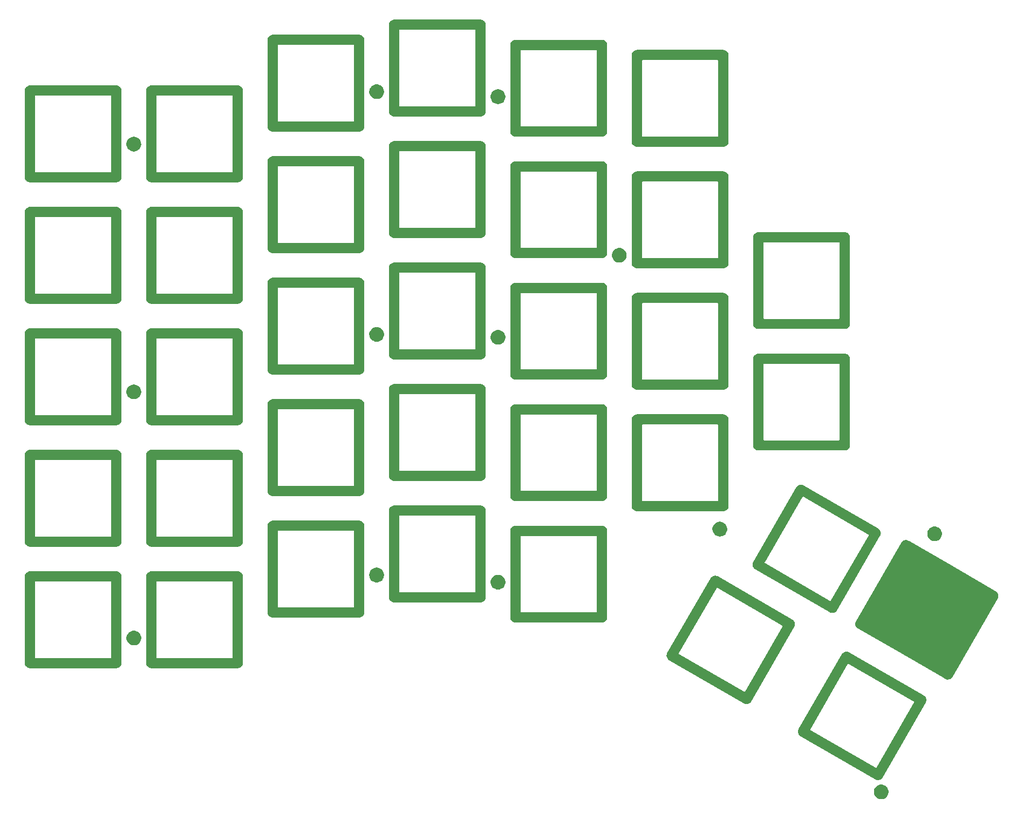
<source format=gts>
G04 #@! TF.GenerationSoftware,KiCad,Pcbnew,(5.1.5)-3*
G04 #@! TF.CreationDate,2021-01-08T22:33:02-06:00*
G04 #@! TF.ProjectId,Top Plate,546f7020-506c-4617-9465-2e6b69636164,rev?*
G04 #@! TF.SameCoordinates,Original*
G04 #@! TF.FileFunction,Soldermask,Top*
G04 #@! TF.FilePolarity,Negative*
%FSLAX46Y46*%
G04 Gerber Fmt 4.6, Leading zero omitted, Abs format (unit mm)*
G04 Created by KiCad (PCBNEW (5.1.5)-3) date 2021-01-08 22:33:02*
%MOMM*%
%LPD*%
G04 APERTURE LIST*
%ADD10C,0.100000*%
G04 APERTURE END LIST*
D10*
G36*
X167514549Y-171921116D02*
G01*
X167625734Y-171943232D01*
X167835203Y-172029997D01*
X168023720Y-172155960D01*
X168184040Y-172316280D01*
X168310003Y-172504797D01*
X168396768Y-172714266D01*
X168441000Y-172936636D01*
X168441000Y-173163364D01*
X168396768Y-173385734D01*
X168310003Y-173595203D01*
X168184040Y-173783720D01*
X168023720Y-173944040D01*
X167835203Y-174070003D01*
X167625734Y-174156768D01*
X167514549Y-174178884D01*
X167403365Y-174201000D01*
X167176635Y-174201000D01*
X167065451Y-174178884D01*
X166954266Y-174156768D01*
X166744797Y-174070003D01*
X166556280Y-173944040D01*
X166395960Y-173783720D01*
X166269997Y-173595203D01*
X166183232Y-173385734D01*
X166139000Y-173163364D01*
X166139000Y-172936636D01*
X166183232Y-172714266D01*
X166269997Y-172504797D01*
X166395960Y-172316280D01*
X166556280Y-172155960D01*
X166744797Y-172029997D01*
X166954266Y-171943232D01*
X167065451Y-171921116D01*
X167176635Y-171899000D01*
X167403365Y-171899000D01*
X167514549Y-171921116D01*
G37*
G36*
X161965633Y-151069287D02*
G01*
X162020990Y-151082195D01*
X162119298Y-151105117D01*
X162208219Y-151145407D01*
X162227009Y-151153921D01*
X173986491Y-157943260D01*
X174082610Y-158012138D01*
X174082611Y-158012139D01*
X174190471Y-158127299D01*
X174194007Y-158132986D01*
X174273791Y-158261290D01*
X174329371Y-158408961D01*
X174333152Y-158431864D01*
X174339491Y-158455526D01*
X174347673Y-158477263D01*
X174373374Y-158632938D01*
X174368213Y-158790634D01*
X174368212Y-158790637D01*
X174332383Y-158944299D01*
X174332382Y-158944301D01*
X174283582Y-159052005D01*
X167494236Y-170811495D01*
X167425359Y-170907613D01*
X167322469Y-171003980D01*
X167310200Y-171015471D01*
X167176209Y-171098791D01*
X167028540Y-171154371D01*
X167005631Y-171158153D01*
X166981967Y-171164494D01*
X166960237Y-171172673D01*
X166804562Y-171198374D01*
X166646866Y-171193213D01*
X166590509Y-171180072D01*
X166493201Y-171157383D01*
X166452808Y-171139081D01*
X166385495Y-171108582D01*
X154626005Y-164319236D01*
X154529887Y-164250359D01*
X154422031Y-164135202D01*
X154422029Y-164135200D01*
X154338709Y-164001209D01*
X154283129Y-163853540D01*
X154279347Y-163830631D01*
X154273006Y-163806968D01*
X154264827Y-163785238D01*
X154239126Y-163629562D01*
X154242052Y-163540166D01*
X154244287Y-163471867D01*
X154266812Y-163375263D01*
X154280117Y-163318202D01*
X154293140Y-163289459D01*
X156157483Y-163289459D01*
X156161474Y-163313636D01*
X156170106Y-163336570D01*
X156183046Y-163357379D01*
X156199796Y-163375263D01*
X156219715Y-163389536D01*
X166393785Y-169263537D01*
X166416104Y-169273650D01*
X166439968Y-169279215D01*
X166464459Y-169280016D01*
X166488636Y-169276025D01*
X166511570Y-169267393D01*
X166532379Y-169254453D01*
X166550263Y-169237703D01*
X166564536Y-169217784D01*
X172438537Y-159043715D01*
X172448650Y-159021396D01*
X172454215Y-158997532D01*
X172455016Y-158973041D01*
X172451025Y-158948864D01*
X172442393Y-158925930D01*
X172429453Y-158905121D01*
X172412703Y-158887237D01*
X172392785Y-158872964D01*
X172175808Y-158747692D01*
X162218717Y-152998962D01*
X162196397Y-152988849D01*
X162172533Y-152983284D01*
X162148042Y-152982483D01*
X162123865Y-152986474D01*
X162100931Y-152995106D01*
X162080122Y-153008046D01*
X162062238Y-153024796D01*
X162047965Y-153044714D01*
X156173962Y-163218784D01*
X156163849Y-163241104D01*
X156158284Y-163264968D01*
X156157483Y-163289459D01*
X154293140Y-163289459D01*
X154328919Y-163210495D01*
X154328921Y-163210491D01*
X161118260Y-151451009D01*
X161187138Y-151354890D01*
X161266625Y-151280442D01*
X161302299Y-151247029D01*
X161436290Y-151163709D01*
X161543337Y-151123419D01*
X161583961Y-151108129D01*
X161606864Y-151104348D01*
X161630523Y-151098009D01*
X161652262Y-151089827D01*
X161807938Y-151064126D01*
X161965633Y-151069287D01*
G37*
G36*
X141328133Y-139163037D02*
G01*
X141383490Y-139175945D01*
X141481798Y-139198867D01*
X141570719Y-139239157D01*
X141589509Y-139247671D01*
X153348991Y-146037010D01*
X153441659Y-146103415D01*
X153445111Y-146105889D01*
X153552971Y-146221049D01*
X153617909Y-146325479D01*
X153636291Y-146355040D01*
X153691871Y-146502711D01*
X153695652Y-146525614D01*
X153701991Y-146549276D01*
X153710173Y-146571013D01*
X153732970Y-146709097D01*
X153735874Y-146726688D01*
X153730713Y-146884384D01*
X153730712Y-146884387D01*
X153694883Y-147038049D01*
X153694882Y-147038051D01*
X153646082Y-147145755D01*
X146856736Y-158905245D01*
X146787859Y-159001363D01*
X146684969Y-159097730D01*
X146672700Y-159109221D01*
X146538709Y-159192541D01*
X146391040Y-159248121D01*
X146368131Y-159251903D01*
X146344467Y-159258244D01*
X146322737Y-159266423D01*
X146167062Y-159292124D01*
X146009366Y-159286963D01*
X145953009Y-159273822D01*
X145855701Y-159251133D01*
X145815308Y-159232831D01*
X145747995Y-159202332D01*
X133988505Y-152412986D01*
X133892387Y-152344109D01*
X133784531Y-152228952D01*
X133784529Y-152228950D01*
X133701209Y-152094959D01*
X133645629Y-151947290D01*
X133641847Y-151924381D01*
X133635506Y-151900718D01*
X133627327Y-151878988D01*
X133601626Y-151723312D01*
X133605382Y-151608558D01*
X133606787Y-151565617D01*
X133630285Y-151464840D01*
X133642617Y-151411952D01*
X133655640Y-151383209D01*
X135519983Y-151383209D01*
X135523974Y-151407386D01*
X135532606Y-151430320D01*
X135545546Y-151451129D01*
X135562296Y-151469013D01*
X135582215Y-151483286D01*
X145756285Y-157357287D01*
X145778604Y-157367400D01*
X145802468Y-157372965D01*
X145826959Y-157373766D01*
X145851136Y-157369775D01*
X145874070Y-157361143D01*
X145894879Y-157348203D01*
X145912763Y-157331453D01*
X145927036Y-157311534D01*
X151801037Y-147137465D01*
X151811150Y-147115146D01*
X151816715Y-147091282D01*
X151817516Y-147066791D01*
X151813525Y-147042614D01*
X151804893Y-147019680D01*
X151791953Y-146998871D01*
X151775203Y-146980987D01*
X151755285Y-146966714D01*
X151365898Y-146741901D01*
X141581217Y-141092712D01*
X141558897Y-141082599D01*
X141535033Y-141077034D01*
X141510542Y-141076233D01*
X141486365Y-141080224D01*
X141463431Y-141088856D01*
X141442622Y-141101796D01*
X141424738Y-141118546D01*
X141410465Y-141138464D01*
X135536462Y-151312534D01*
X135526349Y-151334854D01*
X135520784Y-151358718D01*
X135519983Y-151383209D01*
X133655640Y-151383209D01*
X133691419Y-151304245D01*
X133691421Y-151304241D01*
X140480760Y-139544759D01*
X140549638Y-139448640D01*
X140549639Y-139448639D01*
X140664799Y-139340779D01*
X140798790Y-139257459D01*
X140905837Y-139217169D01*
X140946461Y-139201879D01*
X140969364Y-139198098D01*
X140993023Y-139191759D01*
X141014762Y-139183577D01*
X141170438Y-139157876D01*
X141328133Y-139163037D01*
G37*
G36*
X171280039Y-133573673D02*
G01*
X171450334Y-133613381D01*
X171615227Y-133688093D01*
X171704517Y-133739644D01*
X171704518Y-133739645D01*
X177833332Y-137278117D01*
X185215773Y-141540371D01*
X185362926Y-141645820D01*
X185482453Y-141773437D01*
X185574793Y-141921933D01*
X185636386Y-142085579D01*
X185664868Y-142258099D01*
X185659148Y-142432860D01*
X185619440Y-142603156D01*
X185544730Y-142768045D01*
X178492447Y-154982957D01*
X178387001Y-155130105D01*
X178259384Y-155249632D01*
X178110888Y-155341972D01*
X177947242Y-155403565D01*
X177774722Y-155432047D01*
X177599961Y-155426327D01*
X177429666Y-155386619D01*
X177264773Y-155311907D01*
X177156910Y-155249632D01*
X170122886Y-151188537D01*
X163664227Y-147459629D01*
X163517074Y-147354180D01*
X163397547Y-147226563D01*
X163305207Y-147078067D01*
X163243614Y-146914421D01*
X163215132Y-146741901D01*
X163220852Y-146567140D01*
X163260560Y-146396844D01*
X163335270Y-146231955D01*
X170387553Y-134017043D01*
X170492999Y-133869895D01*
X170620616Y-133750368D01*
X170769112Y-133658028D01*
X170932758Y-133596435D01*
X171105278Y-133567953D01*
X171280039Y-133573673D01*
G37*
G36*
X47309821Y-138452863D02*
G01*
X47388273Y-138460590D01*
X47488932Y-138491125D01*
X47539263Y-138506392D01*
X47678415Y-138580771D01*
X47800383Y-138680867D01*
X47815115Y-138698818D01*
X47832433Y-138716136D01*
X47850383Y-138730867D01*
X47909445Y-138802835D01*
X47950479Y-138852835D01*
X48024858Y-138991987D01*
X48033052Y-139019000D01*
X48070660Y-139142977D01*
X48082250Y-139260655D01*
X48082250Y-152839345D01*
X48070660Y-152957023D01*
X48055182Y-153008046D01*
X48024858Y-153108013D01*
X47950479Y-153247165D01*
X47850383Y-153369133D01*
X47832432Y-153383865D01*
X47815115Y-153401182D01*
X47800383Y-153419133D01*
X47678415Y-153519229D01*
X47539263Y-153593608D01*
X47502120Y-153604875D01*
X47388273Y-153639410D01*
X47309821Y-153647137D01*
X47270596Y-153651000D01*
X33691904Y-153651000D01*
X33652679Y-153647137D01*
X33574227Y-153639410D01*
X33460380Y-153604875D01*
X33423237Y-153593608D01*
X33284085Y-153519229D01*
X33162117Y-153419133D01*
X33147385Y-153401182D01*
X33130063Y-153383860D01*
X33112118Y-153369133D01*
X33012022Y-153247165D01*
X32937643Y-153108013D01*
X32907319Y-153008046D01*
X32891841Y-152957023D01*
X32880251Y-152839345D01*
X32880251Y-140175999D01*
X34482250Y-140175999D01*
X34482250Y-151924001D01*
X34484652Y-151948387D01*
X34491765Y-151971836D01*
X34503316Y-151993447D01*
X34518861Y-152012389D01*
X34537803Y-152027934D01*
X34559414Y-152039485D01*
X34582863Y-152046598D01*
X34607249Y-152049000D01*
X46355252Y-152049000D01*
X46379638Y-152046598D01*
X46403087Y-152039485D01*
X46424698Y-152027934D01*
X46443640Y-152012389D01*
X46459185Y-151993447D01*
X46470736Y-151971836D01*
X46477849Y-151948387D01*
X46480251Y-151924001D01*
X46480250Y-140175999D01*
X46477848Y-140151613D01*
X46470735Y-140128164D01*
X46459184Y-140106553D01*
X46443639Y-140087611D01*
X46424697Y-140072066D01*
X46403086Y-140060515D01*
X46379637Y-140053402D01*
X46355251Y-140051000D01*
X34607249Y-140051000D01*
X34582863Y-140053402D01*
X34559414Y-140060515D01*
X34537803Y-140072066D01*
X34518861Y-140087611D01*
X34503316Y-140106553D01*
X34491765Y-140128164D01*
X34484652Y-140151613D01*
X34482250Y-140175999D01*
X32880251Y-140175999D01*
X32880250Y-139260656D01*
X32891840Y-139142978D01*
X32937642Y-138991989D01*
X32937642Y-138991988D01*
X33012021Y-138852836D01*
X33053055Y-138802835D01*
X33112117Y-138730867D01*
X33130068Y-138716135D01*
X33147385Y-138698818D01*
X33162117Y-138680867D01*
X33284085Y-138580771D01*
X33423237Y-138506392D01*
X33473568Y-138491125D01*
X33574227Y-138460590D01*
X33652679Y-138452863D01*
X33691904Y-138449000D01*
X47270596Y-138449000D01*
X47309821Y-138452863D01*
G37*
G36*
X66359821Y-138452863D02*
G01*
X66438273Y-138460590D01*
X66538932Y-138491125D01*
X66589263Y-138506392D01*
X66728415Y-138580771D01*
X66850383Y-138680867D01*
X66865115Y-138698818D01*
X66882433Y-138716136D01*
X66900383Y-138730867D01*
X66959445Y-138802835D01*
X67000479Y-138852835D01*
X67074858Y-138991987D01*
X67083052Y-139019000D01*
X67120660Y-139142977D01*
X67132250Y-139260655D01*
X67132250Y-152839345D01*
X67120660Y-152957023D01*
X67105182Y-153008046D01*
X67074858Y-153108013D01*
X67000479Y-153247165D01*
X66900383Y-153369133D01*
X66882432Y-153383865D01*
X66865115Y-153401182D01*
X66850383Y-153419133D01*
X66728415Y-153519229D01*
X66589263Y-153593608D01*
X66552120Y-153604875D01*
X66438273Y-153639410D01*
X66359821Y-153647137D01*
X66320596Y-153651000D01*
X52741904Y-153651000D01*
X52702679Y-153647137D01*
X52624227Y-153639410D01*
X52510380Y-153604875D01*
X52473237Y-153593608D01*
X52334085Y-153519229D01*
X52212117Y-153419133D01*
X52197385Y-153401182D01*
X52180063Y-153383860D01*
X52162118Y-153369133D01*
X52062022Y-153247165D01*
X51987643Y-153108013D01*
X51957319Y-153008046D01*
X51941841Y-152957023D01*
X51930251Y-152839345D01*
X51930251Y-140175999D01*
X53532250Y-140175999D01*
X53532250Y-151924001D01*
X53534652Y-151948387D01*
X53541765Y-151971836D01*
X53553316Y-151993447D01*
X53568861Y-152012389D01*
X53587803Y-152027934D01*
X53609414Y-152039485D01*
X53632863Y-152046598D01*
X53657249Y-152049000D01*
X65405252Y-152049000D01*
X65429638Y-152046598D01*
X65453087Y-152039485D01*
X65474698Y-152027934D01*
X65493640Y-152012389D01*
X65509185Y-151993447D01*
X65520736Y-151971836D01*
X65527849Y-151948387D01*
X65530251Y-151924001D01*
X65530250Y-140175999D01*
X65527848Y-140151613D01*
X65520735Y-140128164D01*
X65509184Y-140106553D01*
X65493639Y-140087611D01*
X65474697Y-140072066D01*
X65453086Y-140060515D01*
X65429637Y-140053402D01*
X65405251Y-140051000D01*
X53657249Y-140051000D01*
X53632863Y-140053402D01*
X53609414Y-140060515D01*
X53587803Y-140072066D01*
X53568861Y-140087611D01*
X53553316Y-140106553D01*
X53541765Y-140128164D01*
X53534652Y-140151613D01*
X53532250Y-140175999D01*
X51930251Y-140175999D01*
X51930250Y-139260656D01*
X51941840Y-139142978D01*
X51987642Y-138991989D01*
X51987642Y-138991988D01*
X52062021Y-138852836D01*
X52103055Y-138802835D01*
X52162117Y-138730867D01*
X52180068Y-138716135D01*
X52197385Y-138698818D01*
X52212117Y-138680867D01*
X52334085Y-138580771D01*
X52473237Y-138506392D01*
X52523568Y-138491125D01*
X52624227Y-138460590D01*
X52702679Y-138452863D01*
X52741904Y-138449000D01*
X66320596Y-138449000D01*
X66359821Y-138452863D01*
G37*
G36*
X50234549Y-147801116D02*
G01*
X50345734Y-147823232D01*
X50555203Y-147909997D01*
X50743720Y-148035960D01*
X50904040Y-148196280D01*
X51030003Y-148384797D01*
X51116768Y-148594266D01*
X51161000Y-148816636D01*
X51161000Y-149043364D01*
X51116768Y-149265734D01*
X51030003Y-149475203D01*
X50904040Y-149663720D01*
X50743720Y-149824040D01*
X50555203Y-149950003D01*
X50345734Y-150036768D01*
X50234549Y-150058884D01*
X50123365Y-150081000D01*
X49896635Y-150081000D01*
X49785451Y-150058884D01*
X49674266Y-150036768D01*
X49464797Y-149950003D01*
X49276280Y-149824040D01*
X49115960Y-149663720D01*
X48989997Y-149475203D01*
X48903232Y-149265734D01*
X48859000Y-149043364D01*
X48859000Y-148816636D01*
X48903232Y-148594266D01*
X48989997Y-148384797D01*
X49115960Y-148196280D01*
X49276280Y-148035960D01*
X49464797Y-147909997D01*
X49674266Y-147823232D01*
X49785451Y-147801116D01*
X49896635Y-147779000D01*
X50123365Y-147779000D01*
X50234549Y-147801116D01*
G37*
G36*
X123509821Y-131309113D02*
G01*
X123588273Y-131316840D01*
X123688932Y-131347375D01*
X123739263Y-131362642D01*
X123863409Y-131429000D01*
X123878415Y-131437021D01*
X124000383Y-131537117D01*
X124015115Y-131555068D01*
X124032433Y-131572386D01*
X124050383Y-131587117D01*
X124137968Y-131693840D01*
X124150479Y-131709085D01*
X124224858Y-131848237D01*
X124226387Y-131853279D01*
X124270660Y-131999227D01*
X124282250Y-132116905D01*
X124282250Y-145695595D01*
X124270660Y-145813273D01*
X124240125Y-145913932D01*
X124224858Y-145964263D01*
X124185972Y-146037013D01*
X124150479Y-146103415D01*
X124050383Y-146225383D01*
X124032432Y-146240115D01*
X124015115Y-146257432D01*
X124000383Y-146275383D01*
X123915851Y-146344756D01*
X123878415Y-146375479D01*
X123739263Y-146449858D01*
X123702120Y-146461125D01*
X123588273Y-146495660D01*
X123516681Y-146502711D01*
X123470596Y-146507250D01*
X109891904Y-146507250D01*
X109845819Y-146502711D01*
X109774227Y-146495660D01*
X109660380Y-146461125D01*
X109623237Y-146449858D01*
X109484085Y-146375479D01*
X109446649Y-146344756D01*
X109362117Y-146275383D01*
X109347385Y-146257432D01*
X109330063Y-146240110D01*
X109312118Y-146225383D01*
X109212022Y-146103415D01*
X109176529Y-146037013D01*
X109137643Y-145964263D01*
X109122376Y-145913932D01*
X109091841Y-145813273D01*
X109080251Y-145695595D01*
X109080251Y-133032249D01*
X110682250Y-133032249D01*
X110682250Y-144780251D01*
X110684652Y-144804637D01*
X110691765Y-144828086D01*
X110703316Y-144849697D01*
X110718861Y-144868639D01*
X110737803Y-144884184D01*
X110759414Y-144895735D01*
X110782863Y-144902848D01*
X110807249Y-144905250D01*
X122555252Y-144905250D01*
X122579638Y-144902848D01*
X122603087Y-144895735D01*
X122624698Y-144884184D01*
X122643640Y-144868639D01*
X122659185Y-144849697D01*
X122670736Y-144828086D01*
X122677849Y-144804637D01*
X122680251Y-144780251D01*
X122680250Y-133032249D01*
X122677848Y-133007863D01*
X122670735Y-132984414D01*
X122659184Y-132962803D01*
X122643639Y-132943861D01*
X122624697Y-132928316D01*
X122603086Y-132916765D01*
X122579637Y-132909652D01*
X122555251Y-132907250D01*
X110807249Y-132907250D01*
X110782863Y-132909652D01*
X110759414Y-132916765D01*
X110737803Y-132928316D01*
X110718861Y-132943861D01*
X110703316Y-132962803D01*
X110691765Y-132984414D01*
X110684652Y-133007863D01*
X110682250Y-133032249D01*
X109080251Y-133032249D01*
X109080250Y-132116906D01*
X109091840Y-131999228D01*
X109137642Y-131848239D01*
X109137642Y-131848238D01*
X109212021Y-131709086D01*
X109284711Y-131620512D01*
X109312117Y-131587117D01*
X109330068Y-131572385D01*
X109347385Y-131555068D01*
X109362117Y-131537117D01*
X109484085Y-131437021D01*
X109499091Y-131429000D01*
X109623237Y-131362642D01*
X109673568Y-131347375D01*
X109774227Y-131316840D01*
X109852679Y-131309113D01*
X109891904Y-131305250D01*
X123470596Y-131305250D01*
X123509821Y-131309113D01*
G37*
G36*
X85409821Y-130515363D02*
G01*
X85488273Y-130523090D01*
X85588932Y-130553625D01*
X85639263Y-130568892D01*
X85778415Y-130643271D01*
X85900383Y-130743367D01*
X85915115Y-130761318D01*
X85932433Y-130778636D01*
X85950383Y-130793367D01*
X85980443Y-130829996D01*
X86050479Y-130915335D01*
X86124858Y-131054487D01*
X86140125Y-131104818D01*
X86170660Y-131205477D01*
X86182250Y-131323155D01*
X86182250Y-144901845D01*
X86170660Y-145019523D01*
X86140125Y-145120182D01*
X86124858Y-145170513D01*
X86077515Y-145259085D01*
X86050479Y-145309665D01*
X85950383Y-145431633D01*
X85932432Y-145446365D01*
X85915115Y-145463682D01*
X85900383Y-145481633D01*
X85818019Y-145549227D01*
X85778415Y-145581729D01*
X85639263Y-145656108D01*
X85602120Y-145667375D01*
X85488273Y-145701910D01*
X85409821Y-145709637D01*
X85370596Y-145713500D01*
X71791904Y-145713500D01*
X71752679Y-145709637D01*
X71674227Y-145701910D01*
X71560380Y-145667375D01*
X71523237Y-145656108D01*
X71384085Y-145581729D01*
X71344481Y-145549227D01*
X71262117Y-145481633D01*
X71247385Y-145463682D01*
X71230063Y-145446360D01*
X71212118Y-145431633D01*
X71112022Y-145309665D01*
X71084986Y-145259085D01*
X71037643Y-145170513D01*
X71022376Y-145120182D01*
X70991841Y-145019523D01*
X70980251Y-144901845D01*
X70980251Y-132238499D01*
X72582250Y-132238499D01*
X72582250Y-143986501D01*
X72584652Y-144010887D01*
X72591765Y-144034336D01*
X72603316Y-144055947D01*
X72618861Y-144074889D01*
X72637803Y-144090434D01*
X72659414Y-144101985D01*
X72682863Y-144109098D01*
X72707249Y-144111500D01*
X84455252Y-144111500D01*
X84479638Y-144109098D01*
X84503087Y-144101985D01*
X84524698Y-144090434D01*
X84543640Y-144074889D01*
X84559185Y-144055947D01*
X84570736Y-144034336D01*
X84577849Y-144010887D01*
X84580251Y-143986501D01*
X84580250Y-132238499D01*
X84577848Y-132214113D01*
X84570735Y-132190664D01*
X84559184Y-132169053D01*
X84543639Y-132150111D01*
X84524697Y-132134566D01*
X84503086Y-132123015D01*
X84479637Y-132115902D01*
X84455251Y-132113500D01*
X72707249Y-132113500D01*
X72682863Y-132115902D01*
X72659414Y-132123015D01*
X72637803Y-132134566D01*
X72618861Y-132150111D01*
X72603316Y-132169053D01*
X72591765Y-132190664D01*
X72584652Y-132214113D01*
X72582250Y-132238499D01*
X70980251Y-132238499D01*
X70980250Y-131323156D01*
X70982014Y-131305250D01*
X70991840Y-131205480D01*
X70991840Y-131205478D01*
X71037642Y-131054489D01*
X71037642Y-131054488D01*
X71112021Y-130915336D01*
X71182057Y-130829996D01*
X71212117Y-130793367D01*
X71230068Y-130778635D01*
X71247385Y-130761318D01*
X71262117Y-130743367D01*
X71384085Y-130643271D01*
X71523237Y-130568892D01*
X71573568Y-130553625D01*
X71674227Y-130523090D01*
X71752679Y-130515363D01*
X71791904Y-130511500D01*
X85370596Y-130511500D01*
X85409821Y-130515363D01*
G37*
G36*
X154821883Y-124875537D02*
G01*
X154877240Y-124888445D01*
X154975548Y-124911367D01*
X155064469Y-124951657D01*
X155083259Y-124960171D01*
X166842741Y-131749510D01*
X166938860Y-131818388D01*
X166938861Y-131818389D01*
X167046721Y-131933549D01*
X167122932Y-132056108D01*
X167130041Y-132067540D01*
X167185621Y-132215211D01*
X167189402Y-132238114D01*
X167195741Y-132261776D01*
X167203923Y-132283513D01*
X167222362Y-132395201D01*
X167229624Y-132439188D01*
X167224463Y-132596884D01*
X167224462Y-132596887D01*
X167188633Y-132750549D01*
X167188632Y-132750551D01*
X167139832Y-132858255D01*
X160350486Y-144617745D01*
X160281609Y-144713863D01*
X160184690Y-144804637D01*
X160166450Y-144821721D01*
X160032459Y-144905041D01*
X159884790Y-144960621D01*
X159861881Y-144964403D01*
X159838217Y-144970744D01*
X159816487Y-144978923D01*
X159660812Y-145004624D01*
X159503116Y-144999463D01*
X159446759Y-144986322D01*
X159349451Y-144963633D01*
X159309058Y-144945331D01*
X159241745Y-144914832D01*
X147482255Y-138125486D01*
X147386137Y-138056609D01*
X147278281Y-137941452D01*
X147278279Y-137941450D01*
X147194959Y-137807459D01*
X147139379Y-137659790D01*
X147135597Y-137636881D01*
X147129256Y-137613218D01*
X147121077Y-137591488D01*
X147095376Y-137435812D01*
X147098302Y-137346416D01*
X147100537Y-137278117D01*
X147123062Y-137181513D01*
X147136367Y-137124452D01*
X147149390Y-137095709D01*
X149013733Y-137095709D01*
X149017724Y-137119886D01*
X149026356Y-137142820D01*
X149039296Y-137163629D01*
X149056046Y-137181513D01*
X149075965Y-137195786D01*
X159250035Y-143069787D01*
X159272354Y-143079900D01*
X159296218Y-143085465D01*
X159320709Y-143086266D01*
X159344886Y-143082275D01*
X159367820Y-143073643D01*
X159388629Y-143060703D01*
X159406513Y-143043953D01*
X159420786Y-143024034D01*
X165294787Y-132849965D01*
X165304900Y-132827646D01*
X165310465Y-132803782D01*
X165311266Y-132779291D01*
X165307275Y-132755114D01*
X165298643Y-132732180D01*
X165285703Y-132711371D01*
X165268953Y-132693487D01*
X165249035Y-132679214D01*
X165242400Y-132675383D01*
X155074967Y-126805212D01*
X155052647Y-126795099D01*
X155028783Y-126789534D01*
X155004292Y-126788733D01*
X154980115Y-126792724D01*
X154957181Y-126801356D01*
X154936372Y-126814296D01*
X154918488Y-126831046D01*
X154904215Y-126850964D01*
X149030212Y-137025034D01*
X149020099Y-137047354D01*
X149014534Y-137071218D01*
X149013733Y-137095709D01*
X147149390Y-137095709D01*
X147185169Y-137016745D01*
X147185171Y-137016741D01*
X153974510Y-125257259D01*
X154043388Y-125161140D01*
X154062930Y-125142837D01*
X154158549Y-125053279D01*
X154292540Y-124969959D01*
X154440211Y-124914379D01*
X154463114Y-124910598D01*
X154486773Y-124904259D01*
X154508512Y-124896077D01*
X154664188Y-124870376D01*
X154821883Y-124875537D01*
G37*
G36*
X104459821Y-128134113D02*
G01*
X104538273Y-128141840D01*
X104638932Y-128172375D01*
X104689263Y-128187642D01*
X104828415Y-128262021D01*
X104950383Y-128362117D01*
X104965115Y-128380068D01*
X104982433Y-128397386D01*
X105000383Y-128412117D01*
X105059445Y-128484085D01*
X105100479Y-128534085D01*
X105174858Y-128673237D01*
X105180220Y-128690915D01*
X105220660Y-128824227D01*
X105232250Y-128941905D01*
X105232250Y-142520595D01*
X105220660Y-142638273D01*
X105190125Y-142738932D01*
X105174858Y-142789263D01*
X105138470Y-142857339D01*
X105100479Y-142928415D01*
X105000383Y-143050383D01*
X104982432Y-143065115D01*
X104965115Y-143082432D01*
X104950383Y-143100383D01*
X104828415Y-143200479D01*
X104689263Y-143274858D01*
X104652120Y-143286125D01*
X104538273Y-143320660D01*
X104459821Y-143328387D01*
X104420596Y-143332250D01*
X90841904Y-143332250D01*
X90802679Y-143328387D01*
X90724227Y-143320660D01*
X90610380Y-143286125D01*
X90573237Y-143274858D01*
X90434085Y-143200479D01*
X90312117Y-143100383D01*
X90297385Y-143082432D01*
X90280063Y-143065110D01*
X90262118Y-143050383D01*
X90162022Y-142928415D01*
X90124031Y-142857339D01*
X90087643Y-142789263D01*
X90072376Y-142738932D01*
X90041841Y-142638273D01*
X90030251Y-142520595D01*
X90030251Y-129857249D01*
X91632250Y-129857249D01*
X91632250Y-141605251D01*
X91634652Y-141629637D01*
X91641765Y-141653086D01*
X91653316Y-141674697D01*
X91668861Y-141693639D01*
X91687803Y-141709184D01*
X91709414Y-141720735D01*
X91732863Y-141727848D01*
X91757249Y-141730250D01*
X103505252Y-141730250D01*
X103529638Y-141727848D01*
X103553087Y-141720735D01*
X103574698Y-141709184D01*
X103593640Y-141693639D01*
X103609185Y-141674697D01*
X103620736Y-141653086D01*
X103627849Y-141629637D01*
X103630251Y-141605251D01*
X103630250Y-129857249D01*
X103627848Y-129832863D01*
X103620735Y-129809414D01*
X103609184Y-129787803D01*
X103593639Y-129768861D01*
X103574697Y-129753316D01*
X103553086Y-129741765D01*
X103529637Y-129734652D01*
X103505251Y-129732250D01*
X91757249Y-129732250D01*
X91732863Y-129734652D01*
X91709414Y-129741765D01*
X91687803Y-129753316D01*
X91668861Y-129768861D01*
X91653316Y-129787803D01*
X91641765Y-129809414D01*
X91634652Y-129832863D01*
X91632250Y-129857249D01*
X90030251Y-129857249D01*
X90030250Y-128941906D01*
X90041840Y-128824228D01*
X90087642Y-128673239D01*
X90087642Y-128673238D01*
X90162021Y-128534086D01*
X90162022Y-128534085D01*
X90262117Y-128412117D01*
X90280068Y-128397385D01*
X90297385Y-128380068D01*
X90312117Y-128362117D01*
X90434085Y-128262021D01*
X90573237Y-128187642D01*
X90623568Y-128172375D01*
X90724227Y-128141840D01*
X90802679Y-128134113D01*
X90841904Y-128130250D01*
X104420596Y-128130250D01*
X104459821Y-128134113D01*
G37*
G36*
X107374549Y-139041116D02*
G01*
X107485734Y-139063232D01*
X107633850Y-139124584D01*
X107678263Y-139142980D01*
X107695203Y-139149997D01*
X107883720Y-139275960D01*
X108044040Y-139436280D01*
X108170003Y-139624797D01*
X108250500Y-139819133D01*
X108256768Y-139834267D01*
X108301000Y-140056635D01*
X108301000Y-140283365D01*
X108278884Y-140394549D01*
X108256768Y-140505734D01*
X108170003Y-140715203D01*
X108044040Y-140903720D01*
X107883720Y-141064040D01*
X107695203Y-141190003D01*
X107485734Y-141276768D01*
X107374549Y-141298884D01*
X107263365Y-141321000D01*
X107036635Y-141321000D01*
X106925451Y-141298884D01*
X106814266Y-141276768D01*
X106604797Y-141190003D01*
X106416280Y-141064040D01*
X106255960Y-140903720D01*
X106129997Y-140715203D01*
X106043232Y-140505734D01*
X106021116Y-140394549D01*
X105999000Y-140283365D01*
X105999000Y-140056635D01*
X106043232Y-139834267D01*
X106049501Y-139819133D01*
X106129997Y-139624797D01*
X106255960Y-139436280D01*
X106416280Y-139275960D01*
X106604797Y-139149997D01*
X106621738Y-139142980D01*
X106666150Y-139124584D01*
X106814266Y-139063232D01*
X106925451Y-139041116D01*
X107036635Y-139019000D01*
X107263365Y-139019000D01*
X107374549Y-139041116D01*
G37*
G36*
X88324549Y-137911116D02*
G01*
X88435734Y-137933232D01*
X88645203Y-138019997D01*
X88833720Y-138145960D01*
X88994040Y-138306280D01*
X89120003Y-138494797D01*
X89206768Y-138704266D01*
X89226375Y-138802835D01*
X89251000Y-138926635D01*
X89251000Y-139153365D01*
X89233935Y-139239157D01*
X89206768Y-139375734D01*
X89176570Y-139448639D01*
X89131027Y-139558590D01*
X89120003Y-139585203D01*
X88994040Y-139773720D01*
X88833720Y-139934040D01*
X88645203Y-140060003D01*
X88645202Y-140060004D01*
X88645201Y-140060004D01*
X88586335Y-140084387D01*
X88435734Y-140146768D01*
X88411376Y-140151613D01*
X88213365Y-140191000D01*
X87986635Y-140191000D01*
X87788624Y-140151613D01*
X87764266Y-140146768D01*
X87613665Y-140084387D01*
X87554799Y-140060004D01*
X87554798Y-140060004D01*
X87554797Y-140060003D01*
X87366280Y-139934040D01*
X87205960Y-139773720D01*
X87079997Y-139585203D01*
X87068974Y-139558590D01*
X87023430Y-139448639D01*
X86993232Y-139375734D01*
X86966065Y-139239157D01*
X86949000Y-139153365D01*
X86949000Y-138926635D01*
X86973625Y-138802835D01*
X86993232Y-138704266D01*
X87079997Y-138494797D01*
X87205960Y-138306280D01*
X87366280Y-138145960D01*
X87554797Y-138019997D01*
X87764266Y-137933232D01*
X87875451Y-137911116D01*
X87986635Y-137889000D01*
X88213365Y-137889000D01*
X88324549Y-137911116D01*
G37*
G36*
X66359821Y-119402863D02*
G01*
X66438273Y-119410590D01*
X66538932Y-119441125D01*
X66589263Y-119456392D01*
X66686113Y-119508160D01*
X66728415Y-119530771D01*
X66850383Y-119630867D01*
X66865115Y-119648818D01*
X66882433Y-119666136D01*
X66900383Y-119680867D01*
X66959445Y-119752835D01*
X67000479Y-119802835D01*
X67074858Y-119941987D01*
X67090125Y-119992318D01*
X67120660Y-120092977D01*
X67132250Y-120210655D01*
X67132250Y-133789345D01*
X67120660Y-133907023D01*
X67090125Y-134007682D01*
X67074858Y-134058013D01*
X67000479Y-134197165D01*
X66900383Y-134319133D01*
X66882432Y-134333865D01*
X66865115Y-134351182D01*
X66850383Y-134369133D01*
X66728415Y-134469229D01*
X66589263Y-134543608D01*
X66552120Y-134554875D01*
X66438273Y-134589410D01*
X66359821Y-134597137D01*
X66320596Y-134601000D01*
X52741904Y-134601000D01*
X52702679Y-134597137D01*
X52624227Y-134589410D01*
X52510380Y-134554875D01*
X52473237Y-134543608D01*
X52334085Y-134469229D01*
X52212117Y-134369133D01*
X52197385Y-134351182D01*
X52180063Y-134333860D01*
X52162118Y-134319133D01*
X52062022Y-134197165D01*
X51987643Y-134058013D01*
X51972376Y-134007682D01*
X51941841Y-133907023D01*
X51930251Y-133789345D01*
X51930251Y-121125999D01*
X53532250Y-121125999D01*
X53532250Y-132874001D01*
X53534652Y-132898387D01*
X53541765Y-132921836D01*
X53553316Y-132943447D01*
X53568861Y-132962389D01*
X53587803Y-132977934D01*
X53609414Y-132989485D01*
X53632863Y-132996598D01*
X53657249Y-132999000D01*
X65405252Y-132999000D01*
X65429638Y-132996598D01*
X65453087Y-132989485D01*
X65474698Y-132977934D01*
X65493640Y-132962389D01*
X65509185Y-132943447D01*
X65520736Y-132921836D01*
X65527849Y-132898387D01*
X65530251Y-132874001D01*
X65530250Y-121125999D01*
X65527848Y-121101613D01*
X65520735Y-121078164D01*
X65509184Y-121056553D01*
X65493639Y-121037611D01*
X65474697Y-121022066D01*
X65453086Y-121010515D01*
X65429637Y-121003402D01*
X65405251Y-121001000D01*
X53657249Y-121001000D01*
X53632863Y-121003402D01*
X53609414Y-121010515D01*
X53587803Y-121022066D01*
X53568861Y-121037611D01*
X53553316Y-121056553D01*
X53541765Y-121078164D01*
X53534652Y-121101613D01*
X53532250Y-121125999D01*
X51930251Y-121125999D01*
X51930250Y-120210656D01*
X51941840Y-120092978D01*
X51987642Y-119941989D01*
X51987642Y-119941988D01*
X52062021Y-119802836D01*
X52103055Y-119752835D01*
X52162117Y-119680867D01*
X52180068Y-119666135D01*
X52197385Y-119648818D01*
X52212117Y-119630867D01*
X52334085Y-119530771D01*
X52376387Y-119508160D01*
X52473237Y-119456392D01*
X52523568Y-119441125D01*
X52624227Y-119410590D01*
X52702679Y-119402863D01*
X52741904Y-119399000D01*
X66320596Y-119399000D01*
X66359821Y-119402863D01*
G37*
G36*
X47309821Y-119402863D02*
G01*
X47388273Y-119410590D01*
X47488932Y-119441125D01*
X47539263Y-119456392D01*
X47636113Y-119508160D01*
X47678415Y-119530771D01*
X47800383Y-119630867D01*
X47815115Y-119648818D01*
X47832433Y-119666136D01*
X47850383Y-119680867D01*
X47909445Y-119752835D01*
X47950479Y-119802835D01*
X48024858Y-119941987D01*
X48040125Y-119992318D01*
X48070660Y-120092977D01*
X48082250Y-120210655D01*
X48082250Y-133789345D01*
X48070660Y-133907023D01*
X48040125Y-134007682D01*
X48024858Y-134058013D01*
X47950479Y-134197165D01*
X47850383Y-134319133D01*
X47832432Y-134333865D01*
X47815115Y-134351182D01*
X47800383Y-134369133D01*
X47678415Y-134469229D01*
X47539263Y-134543608D01*
X47502120Y-134554875D01*
X47388273Y-134589410D01*
X47309821Y-134597137D01*
X47270596Y-134601000D01*
X33691904Y-134601000D01*
X33652679Y-134597137D01*
X33574227Y-134589410D01*
X33460380Y-134554875D01*
X33423237Y-134543608D01*
X33284085Y-134469229D01*
X33162117Y-134369133D01*
X33147385Y-134351182D01*
X33130063Y-134333860D01*
X33112118Y-134319133D01*
X33012022Y-134197165D01*
X32937643Y-134058013D01*
X32922376Y-134007682D01*
X32891841Y-133907023D01*
X32880251Y-133789345D01*
X32880251Y-121125999D01*
X34482250Y-121125999D01*
X34482250Y-132874001D01*
X34484652Y-132898387D01*
X34491765Y-132921836D01*
X34503316Y-132943447D01*
X34518861Y-132962389D01*
X34537803Y-132977934D01*
X34559414Y-132989485D01*
X34582863Y-132996598D01*
X34607249Y-132999000D01*
X46355252Y-132999000D01*
X46379638Y-132996598D01*
X46403087Y-132989485D01*
X46424698Y-132977934D01*
X46443640Y-132962389D01*
X46459185Y-132943447D01*
X46470736Y-132921836D01*
X46477849Y-132898387D01*
X46480251Y-132874001D01*
X46480250Y-121125999D01*
X46477848Y-121101613D01*
X46470735Y-121078164D01*
X46459184Y-121056553D01*
X46443639Y-121037611D01*
X46424697Y-121022066D01*
X46403086Y-121010515D01*
X46379637Y-121003402D01*
X46355251Y-121001000D01*
X34607249Y-121001000D01*
X34582863Y-121003402D01*
X34559414Y-121010515D01*
X34537803Y-121022066D01*
X34518861Y-121037611D01*
X34503316Y-121056553D01*
X34491765Y-121078164D01*
X34484652Y-121101613D01*
X34482250Y-121125999D01*
X32880251Y-121125999D01*
X32880250Y-120210656D01*
X32891840Y-120092978D01*
X32937642Y-119941989D01*
X32937642Y-119941988D01*
X33012021Y-119802836D01*
X33053055Y-119752835D01*
X33112117Y-119680867D01*
X33130068Y-119666135D01*
X33147385Y-119648818D01*
X33162117Y-119630867D01*
X33284085Y-119530771D01*
X33326387Y-119508160D01*
X33423237Y-119456392D01*
X33473568Y-119441125D01*
X33574227Y-119410590D01*
X33652679Y-119402863D01*
X33691904Y-119399000D01*
X47270596Y-119399000D01*
X47309821Y-119402863D01*
G37*
G36*
X175884549Y-131451116D02*
G01*
X175995734Y-131473232D01*
X176094801Y-131514267D01*
X176193292Y-131555063D01*
X176205203Y-131559997D01*
X176393720Y-131685960D01*
X176554040Y-131846280D01*
X176680003Y-132034797D01*
X176766768Y-132244266D01*
X176811000Y-132466636D01*
X176811000Y-132693364D01*
X176766768Y-132915734D01*
X176680003Y-133125203D01*
X176554040Y-133313720D01*
X176393720Y-133474040D01*
X176205203Y-133600003D01*
X176205202Y-133600004D01*
X176205201Y-133600004D01*
X176172906Y-133613381D01*
X175995734Y-133686768D01*
X175885263Y-133708742D01*
X175773365Y-133731000D01*
X175546635Y-133731000D01*
X175434737Y-133708742D01*
X175324266Y-133686768D01*
X175147094Y-133613381D01*
X175114799Y-133600004D01*
X175114798Y-133600004D01*
X175114797Y-133600003D01*
X174926280Y-133474040D01*
X174765960Y-133313720D01*
X174639997Y-133125203D01*
X174553232Y-132915734D01*
X174509000Y-132693364D01*
X174509000Y-132466636D01*
X174553232Y-132244266D01*
X174639997Y-132034797D01*
X174765960Y-131846280D01*
X174926280Y-131685960D01*
X175114797Y-131559997D01*
X175126709Y-131555063D01*
X175225199Y-131514267D01*
X175324266Y-131473232D01*
X175435451Y-131451116D01*
X175546635Y-131429000D01*
X175773365Y-131429000D01*
X175884549Y-131451116D01*
G37*
G36*
X142184549Y-130721116D02*
G01*
X142295734Y-130743232D01*
X142505203Y-130829997D01*
X142693720Y-130955960D01*
X142854040Y-131116280D01*
X142980003Y-131304797D01*
X142980004Y-131304799D01*
X142987607Y-131323154D01*
X143055483Y-131487021D01*
X143066768Y-131514267D01*
X143111000Y-131736635D01*
X143111000Y-131963365D01*
X143103866Y-131999228D01*
X143066768Y-132185734D01*
X142980003Y-132395203D01*
X142854040Y-132583720D01*
X142693720Y-132744040D01*
X142505203Y-132870003D01*
X142295734Y-132956768D01*
X142189325Y-132977934D01*
X142073365Y-133001000D01*
X141846635Y-133001000D01*
X141730675Y-132977934D01*
X141624266Y-132956768D01*
X141414797Y-132870003D01*
X141226280Y-132744040D01*
X141065960Y-132583720D01*
X140939997Y-132395203D01*
X140853232Y-132185734D01*
X140816134Y-131999228D01*
X140809000Y-131963365D01*
X140809000Y-131736635D01*
X140853232Y-131514267D01*
X140864518Y-131487021D01*
X140932393Y-131323154D01*
X140939996Y-131304799D01*
X140939997Y-131304797D01*
X141065960Y-131116280D01*
X141226280Y-130955960D01*
X141414797Y-130829997D01*
X141624266Y-130743232D01*
X141735451Y-130721116D01*
X141846635Y-130699000D01*
X142073365Y-130699000D01*
X142184549Y-130721116D01*
G37*
G36*
X142559821Y-113846613D02*
G01*
X142638273Y-113854340D01*
X142717311Y-113878316D01*
X142789263Y-113900142D01*
X142897250Y-113957863D01*
X142928415Y-113974521D01*
X143050383Y-114074617D01*
X143065115Y-114092568D01*
X143082433Y-114109886D01*
X143100383Y-114124617D01*
X143159445Y-114196585D01*
X143200479Y-114246585D01*
X143274858Y-114385737D01*
X143290125Y-114436068D01*
X143320660Y-114536727D01*
X143332250Y-114654405D01*
X143332250Y-128233095D01*
X143320660Y-128350773D01*
X143302051Y-128412118D01*
X143274858Y-128501763D01*
X143209928Y-128623238D01*
X143200479Y-128640915D01*
X143100383Y-128762883D01*
X143082432Y-128777615D01*
X143065115Y-128794932D01*
X143050383Y-128812883D01*
X142928415Y-128912979D01*
X142789263Y-128987358D01*
X142752120Y-128998625D01*
X142638273Y-129033160D01*
X142559821Y-129040887D01*
X142520596Y-129044750D01*
X128941904Y-129044750D01*
X128902679Y-129040887D01*
X128824227Y-129033160D01*
X128710380Y-128998625D01*
X128673237Y-128987358D01*
X128534085Y-128912979D01*
X128412117Y-128812883D01*
X128397385Y-128794932D01*
X128380063Y-128777610D01*
X128362118Y-128762883D01*
X128262022Y-128640915D01*
X128252573Y-128623238D01*
X128187643Y-128501763D01*
X128160450Y-128412118D01*
X128141841Y-128350773D01*
X128130251Y-128233095D01*
X128130251Y-115569749D01*
X129732250Y-115569749D01*
X129732250Y-127317751D01*
X129734652Y-127342137D01*
X129741765Y-127365586D01*
X129753316Y-127387197D01*
X129768861Y-127406139D01*
X129787803Y-127421684D01*
X129809414Y-127433235D01*
X129832863Y-127440348D01*
X129857249Y-127442750D01*
X141605252Y-127442750D01*
X141629638Y-127440348D01*
X141653087Y-127433235D01*
X141674698Y-127421684D01*
X141693640Y-127406139D01*
X141709185Y-127387197D01*
X141720736Y-127365586D01*
X141727849Y-127342137D01*
X141730251Y-127317751D01*
X141730250Y-115569749D01*
X141727848Y-115545363D01*
X141720735Y-115521914D01*
X141709184Y-115500303D01*
X141693639Y-115481361D01*
X141674697Y-115465816D01*
X141653086Y-115454265D01*
X141629637Y-115447152D01*
X141605251Y-115444750D01*
X129857249Y-115444750D01*
X129832863Y-115447152D01*
X129809414Y-115454265D01*
X129787803Y-115465816D01*
X129768861Y-115481361D01*
X129753316Y-115500303D01*
X129741765Y-115521914D01*
X129734652Y-115545363D01*
X129732250Y-115569749D01*
X128130251Y-115569749D01*
X128130250Y-114654406D01*
X128141840Y-114536728D01*
X128187642Y-114385739D01*
X128187642Y-114385738D01*
X128262021Y-114246586D01*
X128303055Y-114196585D01*
X128362117Y-114124617D01*
X128380068Y-114109885D01*
X128397385Y-114092568D01*
X128412117Y-114074617D01*
X128534085Y-113974521D01*
X128565250Y-113957863D01*
X128673237Y-113900142D01*
X128745189Y-113878316D01*
X128824227Y-113854340D01*
X128902679Y-113846613D01*
X128941904Y-113842750D01*
X142520596Y-113842750D01*
X142559821Y-113846613D01*
G37*
G36*
X123509821Y-112259113D02*
G01*
X123588273Y-112266840D01*
X123688932Y-112297375D01*
X123739263Y-112312642D01*
X123878415Y-112387021D01*
X124000383Y-112487117D01*
X124015115Y-112505068D01*
X124032433Y-112522386D01*
X124050383Y-112537117D01*
X124077789Y-112570512D01*
X124150479Y-112659085D01*
X124224858Y-112798237D01*
X124234988Y-112831633D01*
X124270660Y-112949227D01*
X124282250Y-113066905D01*
X124282250Y-126645595D01*
X124270660Y-126763273D01*
X124255182Y-126814296D01*
X124224858Y-126914263D01*
X124150479Y-127053415D01*
X124050383Y-127175383D01*
X124032432Y-127190115D01*
X124015115Y-127207432D01*
X124000383Y-127225383D01*
X123887832Y-127317751D01*
X123878415Y-127325479D01*
X123739263Y-127399858D01*
X123702120Y-127411125D01*
X123588273Y-127445660D01*
X123509821Y-127453387D01*
X123470596Y-127457250D01*
X109891904Y-127457250D01*
X109852679Y-127453387D01*
X109774227Y-127445660D01*
X109660380Y-127411125D01*
X109623237Y-127399858D01*
X109484085Y-127325479D01*
X109474668Y-127317751D01*
X109362117Y-127225383D01*
X109347385Y-127207432D01*
X109330063Y-127190110D01*
X109312118Y-127175383D01*
X109212022Y-127053415D01*
X109137643Y-126914263D01*
X109107319Y-126814296D01*
X109091841Y-126763273D01*
X109080251Y-126645595D01*
X109080251Y-113982249D01*
X110682250Y-113982249D01*
X110682250Y-125730251D01*
X110684652Y-125754637D01*
X110691765Y-125778086D01*
X110703316Y-125799697D01*
X110718861Y-125818639D01*
X110737803Y-125834184D01*
X110759414Y-125845735D01*
X110782863Y-125852848D01*
X110807249Y-125855250D01*
X122555252Y-125855250D01*
X122579638Y-125852848D01*
X122603087Y-125845735D01*
X122624698Y-125834184D01*
X122643640Y-125818639D01*
X122659185Y-125799697D01*
X122670736Y-125778086D01*
X122677849Y-125754637D01*
X122680251Y-125730251D01*
X122680250Y-113982249D01*
X122677848Y-113957863D01*
X122670735Y-113934414D01*
X122659184Y-113912803D01*
X122643639Y-113893861D01*
X122624697Y-113878316D01*
X122603086Y-113866765D01*
X122579637Y-113859652D01*
X122555251Y-113857250D01*
X110807249Y-113857250D01*
X110782863Y-113859652D01*
X110759414Y-113866765D01*
X110737803Y-113878316D01*
X110718861Y-113893861D01*
X110703316Y-113912803D01*
X110691765Y-113934414D01*
X110684652Y-113957863D01*
X110682250Y-113982249D01*
X109080251Y-113982249D01*
X109080250Y-113066906D01*
X109091840Y-112949228D01*
X109137642Y-112798239D01*
X109137642Y-112798238D01*
X109212021Y-112659086D01*
X109284711Y-112570512D01*
X109312117Y-112537117D01*
X109330068Y-112522385D01*
X109347385Y-112505068D01*
X109362117Y-112487117D01*
X109484085Y-112387021D01*
X109623237Y-112312642D01*
X109673568Y-112297375D01*
X109774227Y-112266840D01*
X109852679Y-112259113D01*
X109891904Y-112255250D01*
X123470596Y-112255250D01*
X123509821Y-112259113D01*
G37*
G36*
X85409821Y-111465363D02*
G01*
X85488273Y-111473090D01*
X85588932Y-111503625D01*
X85639263Y-111518892D01*
X85778415Y-111593271D01*
X85900383Y-111693367D01*
X85915115Y-111711318D01*
X85932433Y-111728636D01*
X85950383Y-111743367D01*
X86009445Y-111815335D01*
X86050479Y-111865335D01*
X86124858Y-112004487D01*
X86140125Y-112054818D01*
X86170660Y-112155477D01*
X86182250Y-112273155D01*
X86182250Y-125851845D01*
X86170660Y-125969523D01*
X86152462Y-126029513D01*
X86124858Y-126120513D01*
X86077515Y-126209085D01*
X86050479Y-126259665D01*
X85950383Y-126381633D01*
X85932432Y-126396365D01*
X85915115Y-126413682D01*
X85900383Y-126431633D01*
X85818019Y-126499227D01*
X85778415Y-126531729D01*
X85639263Y-126606108D01*
X85602120Y-126617375D01*
X85488273Y-126651910D01*
X85409821Y-126659637D01*
X85370596Y-126663500D01*
X71791904Y-126663500D01*
X71752679Y-126659637D01*
X71674227Y-126651910D01*
X71560380Y-126617375D01*
X71523237Y-126606108D01*
X71384085Y-126531729D01*
X71344481Y-126499227D01*
X71262117Y-126431633D01*
X71247385Y-126413682D01*
X71230063Y-126396360D01*
X71212118Y-126381633D01*
X71112022Y-126259665D01*
X71084986Y-126209085D01*
X71037643Y-126120513D01*
X71010039Y-126029513D01*
X70991841Y-125969523D01*
X70980251Y-125851845D01*
X70980251Y-113188499D01*
X72582250Y-113188499D01*
X72582250Y-124936501D01*
X72584652Y-124960887D01*
X72591765Y-124984336D01*
X72603316Y-125005947D01*
X72618861Y-125024889D01*
X72637803Y-125040434D01*
X72659414Y-125051985D01*
X72682863Y-125059098D01*
X72707249Y-125061500D01*
X84455252Y-125061500D01*
X84479638Y-125059098D01*
X84503087Y-125051985D01*
X84524698Y-125040434D01*
X84543640Y-125024889D01*
X84559185Y-125005947D01*
X84570736Y-124984336D01*
X84577849Y-124960887D01*
X84580251Y-124936501D01*
X84580250Y-113188499D01*
X84577848Y-113164113D01*
X84570735Y-113140664D01*
X84559184Y-113119053D01*
X84543639Y-113100111D01*
X84524697Y-113084566D01*
X84503086Y-113073015D01*
X84479637Y-113065902D01*
X84455251Y-113063500D01*
X72707249Y-113063500D01*
X72682863Y-113065902D01*
X72659414Y-113073015D01*
X72637803Y-113084566D01*
X72618861Y-113100111D01*
X72603316Y-113119053D01*
X72591765Y-113140664D01*
X72584652Y-113164113D01*
X72582250Y-113188499D01*
X70980251Y-113188499D01*
X70980250Y-112273156D01*
X70982014Y-112255250D01*
X70991840Y-112155480D01*
X70991840Y-112155478D01*
X71037642Y-112004489D01*
X71037642Y-112004488D01*
X71112021Y-111865336D01*
X71153055Y-111815335D01*
X71212117Y-111743367D01*
X71230068Y-111728635D01*
X71247385Y-111711318D01*
X71262117Y-111693367D01*
X71384085Y-111593271D01*
X71523237Y-111518892D01*
X71573568Y-111503625D01*
X71674227Y-111473090D01*
X71752679Y-111465363D01*
X71791904Y-111461500D01*
X85370596Y-111461500D01*
X85409821Y-111465363D01*
G37*
G36*
X104459821Y-109084113D02*
G01*
X104538273Y-109091840D01*
X104638932Y-109122375D01*
X104689263Y-109137642D01*
X104828415Y-109212021D01*
X104950383Y-109312117D01*
X104965115Y-109330068D01*
X104982433Y-109347386D01*
X105000383Y-109362117D01*
X105059445Y-109434085D01*
X105100479Y-109484085D01*
X105174858Y-109623237D01*
X105180220Y-109640915D01*
X105220660Y-109774227D01*
X105232250Y-109891905D01*
X105232250Y-123470595D01*
X105220660Y-123588273D01*
X105190125Y-123688932D01*
X105174858Y-123739263D01*
X105100479Y-123878415D01*
X105000383Y-124000383D01*
X104982432Y-124015115D01*
X104965115Y-124032432D01*
X104950383Y-124050383D01*
X104828415Y-124150479D01*
X104689263Y-124224858D01*
X104652120Y-124236125D01*
X104538273Y-124270660D01*
X104459821Y-124278387D01*
X104420596Y-124282250D01*
X90841904Y-124282250D01*
X90802679Y-124278387D01*
X90724227Y-124270660D01*
X90610380Y-124236125D01*
X90573237Y-124224858D01*
X90434085Y-124150479D01*
X90312117Y-124050383D01*
X90297385Y-124032432D01*
X90280063Y-124015110D01*
X90262118Y-124000383D01*
X90162022Y-123878415D01*
X90087643Y-123739263D01*
X90072376Y-123688932D01*
X90041841Y-123588273D01*
X90030251Y-123470595D01*
X90030251Y-110807249D01*
X91632250Y-110807249D01*
X91632250Y-122555251D01*
X91634652Y-122579637D01*
X91641765Y-122603086D01*
X91653316Y-122624697D01*
X91668861Y-122643639D01*
X91687803Y-122659184D01*
X91709414Y-122670735D01*
X91732863Y-122677848D01*
X91757249Y-122680250D01*
X103505252Y-122680250D01*
X103529638Y-122677848D01*
X103553087Y-122670735D01*
X103574698Y-122659184D01*
X103593640Y-122643639D01*
X103609185Y-122624697D01*
X103620736Y-122603086D01*
X103627849Y-122579637D01*
X103630251Y-122555251D01*
X103630250Y-110807249D01*
X103627848Y-110782863D01*
X103620735Y-110759414D01*
X103609184Y-110737803D01*
X103593639Y-110718861D01*
X103574697Y-110703316D01*
X103553086Y-110691765D01*
X103529637Y-110684652D01*
X103505251Y-110682250D01*
X91757249Y-110682250D01*
X91732863Y-110684652D01*
X91709414Y-110691765D01*
X91687803Y-110703316D01*
X91668861Y-110718861D01*
X91653316Y-110737803D01*
X91641765Y-110759414D01*
X91634652Y-110782863D01*
X91632250Y-110807249D01*
X90030251Y-110807249D01*
X90030250Y-109891906D01*
X90041840Y-109774228D01*
X90087642Y-109623239D01*
X90087642Y-109623238D01*
X90162021Y-109484086D01*
X90162022Y-109484085D01*
X90262117Y-109362117D01*
X90280068Y-109347385D01*
X90297385Y-109330068D01*
X90312117Y-109312117D01*
X90434085Y-109212021D01*
X90573237Y-109137642D01*
X90623568Y-109122375D01*
X90724227Y-109091840D01*
X90802679Y-109084113D01*
X90841904Y-109080250D01*
X104420596Y-109080250D01*
X104459821Y-109084113D01*
G37*
G36*
X161609821Y-104321613D02*
G01*
X161688273Y-104329340D01*
X161788932Y-104359875D01*
X161839263Y-104375142D01*
X161978415Y-104449521D01*
X162100383Y-104549617D01*
X162115115Y-104567568D01*
X162132433Y-104584886D01*
X162150383Y-104599617D01*
X162209445Y-104671585D01*
X162250479Y-104721585D01*
X162324858Y-104860737D01*
X162330220Y-104878415D01*
X162370660Y-105011727D01*
X162382250Y-105129405D01*
X162382250Y-118708095D01*
X162370660Y-118825773D01*
X162340125Y-118926432D01*
X162324858Y-118976763D01*
X162250479Y-119115915D01*
X162150383Y-119237883D01*
X162132432Y-119252615D01*
X162115115Y-119269932D01*
X162100383Y-119287883D01*
X161978415Y-119387979D01*
X161839263Y-119462358D01*
X161802120Y-119473625D01*
X161688273Y-119508160D01*
X161609821Y-119515887D01*
X161570596Y-119519750D01*
X147991904Y-119519750D01*
X147952679Y-119515887D01*
X147874227Y-119508160D01*
X147760380Y-119473625D01*
X147723237Y-119462358D01*
X147584085Y-119387979D01*
X147462117Y-119287883D01*
X147447385Y-119269932D01*
X147430063Y-119252610D01*
X147412118Y-119237883D01*
X147312022Y-119115915D01*
X147237643Y-118976763D01*
X147222376Y-118926432D01*
X147191841Y-118825773D01*
X147180251Y-118708095D01*
X147180251Y-106044749D01*
X148782250Y-106044749D01*
X148782250Y-117792751D01*
X148784652Y-117817137D01*
X148791765Y-117840586D01*
X148803316Y-117862197D01*
X148818861Y-117881139D01*
X148837803Y-117896684D01*
X148859414Y-117908235D01*
X148882863Y-117915348D01*
X148907249Y-117917750D01*
X160655252Y-117917750D01*
X160679638Y-117915348D01*
X160703087Y-117908235D01*
X160724698Y-117896684D01*
X160743640Y-117881139D01*
X160759185Y-117862197D01*
X160770736Y-117840586D01*
X160777849Y-117817137D01*
X160780251Y-117792751D01*
X160780250Y-106044749D01*
X160777848Y-106020363D01*
X160770735Y-105996914D01*
X160759184Y-105975303D01*
X160743639Y-105956361D01*
X160724697Y-105940816D01*
X160703086Y-105929265D01*
X160679637Y-105922152D01*
X160655251Y-105919750D01*
X148907249Y-105919750D01*
X148882863Y-105922152D01*
X148859414Y-105929265D01*
X148837803Y-105940816D01*
X148818861Y-105956361D01*
X148803316Y-105975303D01*
X148791765Y-105996914D01*
X148784652Y-106020363D01*
X148782250Y-106044749D01*
X147180251Y-106044749D01*
X147180250Y-105129406D01*
X147191840Y-105011728D01*
X147237642Y-104860739D01*
X147237642Y-104860738D01*
X147312021Y-104721586D01*
X147312022Y-104721585D01*
X147412117Y-104599617D01*
X147430068Y-104584885D01*
X147447385Y-104567568D01*
X147462117Y-104549617D01*
X147584085Y-104449521D01*
X147723237Y-104375142D01*
X147773568Y-104359875D01*
X147874227Y-104329340D01*
X147952679Y-104321613D01*
X147991904Y-104317750D01*
X161570596Y-104317750D01*
X161609821Y-104321613D01*
G37*
G36*
X66359821Y-100352863D02*
G01*
X66438273Y-100360590D01*
X66538932Y-100391125D01*
X66589263Y-100406392D01*
X66686113Y-100458160D01*
X66728415Y-100480771D01*
X66850383Y-100580867D01*
X66865115Y-100598818D01*
X66882433Y-100616136D01*
X66900383Y-100630867D01*
X66918737Y-100653232D01*
X67000479Y-100752835D01*
X67074858Y-100891987D01*
X67090125Y-100942318D01*
X67120660Y-101042977D01*
X67132250Y-101160655D01*
X67132250Y-114739345D01*
X67120660Y-114857023D01*
X67091921Y-114951762D01*
X67074858Y-115008013D01*
X67000479Y-115147165D01*
X66900383Y-115269133D01*
X66882432Y-115283865D01*
X66865115Y-115301182D01*
X66850383Y-115319133D01*
X66767250Y-115387358D01*
X66728415Y-115419229D01*
X66589263Y-115493608D01*
X66567192Y-115500303D01*
X66438273Y-115539410D01*
X66359821Y-115547137D01*
X66320596Y-115551000D01*
X52741904Y-115551000D01*
X52702679Y-115547137D01*
X52624227Y-115539410D01*
X52495308Y-115500303D01*
X52473237Y-115493608D01*
X52334085Y-115419229D01*
X52295250Y-115387358D01*
X52212117Y-115319133D01*
X52197385Y-115301182D01*
X52180063Y-115283860D01*
X52162118Y-115269133D01*
X52062022Y-115147165D01*
X51987643Y-115008013D01*
X51970580Y-114951762D01*
X51941841Y-114857023D01*
X51930251Y-114739345D01*
X51930251Y-102075999D01*
X53532250Y-102075999D01*
X53532250Y-113824001D01*
X53534652Y-113848387D01*
X53541765Y-113871836D01*
X53553316Y-113893447D01*
X53568861Y-113912389D01*
X53587803Y-113927934D01*
X53609414Y-113939485D01*
X53632863Y-113946598D01*
X53657249Y-113949000D01*
X65405252Y-113949000D01*
X65429638Y-113946598D01*
X65453087Y-113939485D01*
X65474698Y-113927934D01*
X65493640Y-113912389D01*
X65509185Y-113893447D01*
X65520736Y-113871836D01*
X65527849Y-113848387D01*
X65530251Y-113824001D01*
X65530250Y-102075999D01*
X65527848Y-102051613D01*
X65520735Y-102028164D01*
X65509184Y-102006553D01*
X65493639Y-101987611D01*
X65474697Y-101972066D01*
X65453086Y-101960515D01*
X65429637Y-101953402D01*
X65405251Y-101951000D01*
X53657249Y-101951000D01*
X53632863Y-101953402D01*
X53609414Y-101960515D01*
X53587803Y-101972066D01*
X53568861Y-101987611D01*
X53553316Y-102006553D01*
X53541765Y-102028164D01*
X53534652Y-102051613D01*
X53532250Y-102075999D01*
X51930251Y-102075999D01*
X51930250Y-101160656D01*
X51941840Y-101042978D01*
X51987642Y-100891989D01*
X51987642Y-100891988D01*
X52062021Y-100752836D01*
X52143763Y-100653232D01*
X52162117Y-100630867D01*
X52180068Y-100616135D01*
X52197385Y-100598818D01*
X52212117Y-100580867D01*
X52334085Y-100480771D01*
X52376387Y-100458160D01*
X52473237Y-100406392D01*
X52523568Y-100391125D01*
X52624227Y-100360590D01*
X52702679Y-100352863D01*
X52741904Y-100349000D01*
X66320596Y-100349000D01*
X66359821Y-100352863D01*
G37*
G36*
X47309821Y-100352863D02*
G01*
X47388273Y-100360590D01*
X47488932Y-100391125D01*
X47539263Y-100406392D01*
X47636113Y-100458160D01*
X47678415Y-100480771D01*
X47800383Y-100580867D01*
X47815115Y-100598818D01*
X47832433Y-100616136D01*
X47850383Y-100630867D01*
X47868737Y-100653232D01*
X47950479Y-100752835D01*
X48024858Y-100891987D01*
X48040125Y-100942318D01*
X48070660Y-101042977D01*
X48082250Y-101160655D01*
X48082250Y-114739345D01*
X48070660Y-114857023D01*
X48041921Y-114951762D01*
X48024858Y-115008013D01*
X47950479Y-115147165D01*
X47850383Y-115269133D01*
X47832432Y-115283865D01*
X47815115Y-115301182D01*
X47800383Y-115319133D01*
X47717250Y-115387358D01*
X47678415Y-115419229D01*
X47539263Y-115493608D01*
X47517192Y-115500303D01*
X47388273Y-115539410D01*
X47309821Y-115547137D01*
X47270596Y-115551000D01*
X33691904Y-115551000D01*
X33652679Y-115547137D01*
X33574227Y-115539410D01*
X33445308Y-115500303D01*
X33423237Y-115493608D01*
X33284085Y-115419229D01*
X33245250Y-115387358D01*
X33162117Y-115319133D01*
X33147385Y-115301182D01*
X33130063Y-115283860D01*
X33112118Y-115269133D01*
X33012022Y-115147165D01*
X32937643Y-115008013D01*
X32920580Y-114951762D01*
X32891841Y-114857023D01*
X32880251Y-114739345D01*
X32880251Y-102075999D01*
X34482250Y-102075999D01*
X34482250Y-113824001D01*
X34484652Y-113848387D01*
X34491765Y-113871836D01*
X34503316Y-113893447D01*
X34518861Y-113912389D01*
X34537803Y-113927934D01*
X34559414Y-113939485D01*
X34582863Y-113946598D01*
X34607249Y-113949000D01*
X46355252Y-113949000D01*
X46379638Y-113946598D01*
X46403087Y-113939485D01*
X46424698Y-113927934D01*
X46443640Y-113912389D01*
X46459185Y-113893447D01*
X46470736Y-113871836D01*
X46477849Y-113848387D01*
X46480251Y-113824001D01*
X46480250Y-102075999D01*
X46477848Y-102051613D01*
X46470735Y-102028164D01*
X46459184Y-102006553D01*
X46443639Y-101987611D01*
X46424697Y-101972066D01*
X46403086Y-101960515D01*
X46379637Y-101953402D01*
X46355251Y-101951000D01*
X34607249Y-101951000D01*
X34582863Y-101953402D01*
X34559414Y-101960515D01*
X34537803Y-101972066D01*
X34518861Y-101987611D01*
X34503316Y-102006553D01*
X34491765Y-102028164D01*
X34484652Y-102051613D01*
X34482250Y-102075999D01*
X32880251Y-102075999D01*
X32880250Y-101160656D01*
X32891840Y-101042978D01*
X32937642Y-100891989D01*
X32937642Y-100891988D01*
X33012021Y-100752836D01*
X33093763Y-100653232D01*
X33112117Y-100630867D01*
X33130068Y-100616135D01*
X33147385Y-100598818D01*
X33162117Y-100580867D01*
X33284085Y-100480771D01*
X33326387Y-100458160D01*
X33423237Y-100406392D01*
X33473568Y-100391125D01*
X33574227Y-100360590D01*
X33652679Y-100352863D01*
X33691904Y-100349000D01*
X47270596Y-100349000D01*
X47309821Y-100352863D01*
G37*
G36*
X50224549Y-109201116D02*
G01*
X50335734Y-109223232D01*
X50483850Y-109284584D01*
X50522935Y-109300773D01*
X50545203Y-109309997D01*
X50733720Y-109435960D01*
X50894040Y-109596280D01*
X51020003Y-109784797D01*
X51106768Y-109994266D01*
X51151000Y-110216636D01*
X51151000Y-110443364D01*
X51106768Y-110665734D01*
X51020003Y-110875203D01*
X50894040Y-111063720D01*
X50733720Y-111224040D01*
X50545203Y-111350003D01*
X50335734Y-111436768D01*
X50224549Y-111458884D01*
X50113365Y-111481000D01*
X49886635Y-111481000D01*
X49775451Y-111458884D01*
X49664266Y-111436768D01*
X49454797Y-111350003D01*
X49266280Y-111224040D01*
X49105960Y-111063720D01*
X48979997Y-110875203D01*
X48893232Y-110665734D01*
X48849000Y-110443364D01*
X48849000Y-110216636D01*
X48893232Y-109994266D01*
X48979997Y-109784797D01*
X49105960Y-109596280D01*
X49266280Y-109435960D01*
X49454797Y-109309997D01*
X49477066Y-109300773D01*
X49516150Y-109284584D01*
X49664266Y-109223232D01*
X49775451Y-109201116D01*
X49886635Y-109179000D01*
X50113365Y-109179000D01*
X50224549Y-109201116D01*
G37*
G36*
X142559821Y-94796613D02*
G01*
X142638273Y-94804340D01*
X142717311Y-94828316D01*
X142789263Y-94850142D01*
X142897250Y-94907863D01*
X142928415Y-94924521D01*
X143050383Y-95024617D01*
X143065115Y-95042568D01*
X143082433Y-95059886D01*
X143100383Y-95074617D01*
X143159445Y-95146585D01*
X143200479Y-95196585D01*
X143274858Y-95335737D01*
X143290125Y-95386068D01*
X143320660Y-95486727D01*
X143332250Y-95604405D01*
X143332250Y-109183095D01*
X143320660Y-109300773D01*
X143302051Y-109362118D01*
X143274858Y-109451763D01*
X143209928Y-109573238D01*
X143200479Y-109590915D01*
X143100383Y-109712883D01*
X143082432Y-109727615D01*
X143065115Y-109744932D01*
X143050383Y-109762883D01*
X142928415Y-109862979D01*
X142789263Y-109937358D01*
X142752120Y-109948625D01*
X142638273Y-109983160D01*
X142559821Y-109990887D01*
X142520596Y-109994750D01*
X128941904Y-109994750D01*
X128902679Y-109990887D01*
X128824227Y-109983160D01*
X128710380Y-109948625D01*
X128673237Y-109937358D01*
X128534085Y-109862979D01*
X128412117Y-109762883D01*
X128397385Y-109744932D01*
X128380063Y-109727610D01*
X128362118Y-109712883D01*
X128262022Y-109590915D01*
X128252573Y-109573238D01*
X128187643Y-109451763D01*
X128160450Y-109362118D01*
X128141841Y-109300773D01*
X128130251Y-109183095D01*
X128130251Y-96519749D01*
X129732250Y-96519749D01*
X129732250Y-108267751D01*
X129734652Y-108292137D01*
X129741765Y-108315586D01*
X129753316Y-108337197D01*
X129768861Y-108356139D01*
X129787803Y-108371684D01*
X129809414Y-108383235D01*
X129832863Y-108390348D01*
X129857249Y-108392750D01*
X141605252Y-108392750D01*
X141629638Y-108390348D01*
X141653087Y-108383235D01*
X141674698Y-108371684D01*
X141693640Y-108356139D01*
X141709185Y-108337197D01*
X141720736Y-108315586D01*
X141727849Y-108292137D01*
X141730251Y-108267751D01*
X141730250Y-96519749D01*
X141727848Y-96495363D01*
X141720735Y-96471914D01*
X141709184Y-96450303D01*
X141693639Y-96431361D01*
X141674697Y-96415816D01*
X141653086Y-96404265D01*
X141629637Y-96397152D01*
X141605251Y-96394750D01*
X129857249Y-96394750D01*
X129832863Y-96397152D01*
X129809414Y-96404265D01*
X129787803Y-96415816D01*
X129768861Y-96431361D01*
X129753316Y-96450303D01*
X129741765Y-96471914D01*
X129734652Y-96495363D01*
X129732250Y-96519749D01*
X128130251Y-96519749D01*
X128130250Y-95604406D01*
X128141840Y-95486728D01*
X128187642Y-95335739D01*
X128187642Y-95335738D01*
X128262021Y-95196586D01*
X128303055Y-95146585D01*
X128362117Y-95074617D01*
X128380068Y-95059885D01*
X128397385Y-95042568D01*
X128412117Y-95024617D01*
X128534085Y-94924521D01*
X128565250Y-94907863D01*
X128673237Y-94850142D01*
X128745189Y-94828316D01*
X128824227Y-94804340D01*
X128902679Y-94796613D01*
X128941904Y-94792750D01*
X142520596Y-94792750D01*
X142559821Y-94796613D01*
G37*
G36*
X123509821Y-93209113D02*
G01*
X123588273Y-93216840D01*
X123688932Y-93247375D01*
X123739263Y-93262642D01*
X123878415Y-93337021D01*
X124000383Y-93437117D01*
X124015115Y-93455068D01*
X124032433Y-93472386D01*
X124050383Y-93487117D01*
X124077789Y-93520512D01*
X124150479Y-93609085D01*
X124224858Y-93748237D01*
X124234988Y-93781633D01*
X124270660Y-93899227D01*
X124282250Y-94016905D01*
X124282250Y-107595595D01*
X124270660Y-107713273D01*
X124240125Y-107813932D01*
X124224858Y-107864263D01*
X124150479Y-108003415D01*
X124050383Y-108125383D01*
X124032432Y-108140115D01*
X124015115Y-108157432D01*
X124000383Y-108175383D01*
X123887832Y-108267751D01*
X123878415Y-108275479D01*
X123739263Y-108349858D01*
X123702120Y-108361125D01*
X123588273Y-108395660D01*
X123509821Y-108403387D01*
X123470596Y-108407250D01*
X109891904Y-108407250D01*
X109852679Y-108403387D01*
X109774227Y-108395660D01*
X109660380Y-108361125D01*
X109623237Y-108349858D01*
X109484085Y-108275479D01*
X109474668Y-108267751D01*
X109362117Y-108175383D01*
X109347385Y-108157432D01*
X109330063Y-108140110D01*
X109312118Y-108125383D01*
X109212022Y-108003415D01*
X109137643Y-107864263D01*
X109122376Y-107813932D01*
X109091841Y-107713273D01*
X109080251Y-107595595D01*
X109080251Y-94932249D01*
X110682250Y-94932249D01*
X110682250Y-106680251D01*
X110684652Y-106704637D01*
X110691765Y-106728086D01*
X110703316Y-106749697D01*
X110718861Y-106768639D01*
X110737803Y-106784184D01*
X110759414Y-106795735D01*
X110782863Y-106802848D01*
X110807249Y-106805250D01*
X122555252Y-106805250D01*
X122579638Y-106802848D01*
X122603087Y-106795735D01*
X122624698Y-106784184D01*
X122643640Y-106768639D01*
X122659185Y-106749697D01*
X122670736Y-106728086D01*
X122677849Y-106704637D01*
X122680251Y-106680251D01*
X122680250Y-94932249D01*
X122677848Y-94907863D01*
X122670735Y-94884414D01*
X122659184Y-94862803D01*
X122643639Y-94843861D01*
X122624697Y-94828316D01*
X122603086Y-94816765D01*
X122579637Y-94809652D01*
X122555251Y-94807250D01*
X110807249Y-94807250D01*
X110782863Y-94809652D01*
X110759414Y-94816765D01*
X110737803Y-94828316D01*
X110718861Y-94843861D01*
X110703316Y-94862803D01*
X110691765Y-94884414D01*
X110684652Y-94907863D01*
X110682250Y-94932249D01*
X109080251Y-94932249D01*
X109080250Y-94016906D01*
X109091840Y-93899228D01*
X109137642Y-93748239D01*
X109137642Y-93748238D01*
X109212021Y-93609086D01*
X109284711Y-93520512D01*
X109312117Y-93487117D01*
X109330068Y-93472385D01*
X109347385Y-93455068D01*
X109362117Y-93437117D01*
X109484085Y-93337021D01*
X109623237Y-93262642D01*
X109673568Y-93247375D01*
X109774227Y-93216840D01*
X109852679Y-93209113D01*
X109891904Y-93205250D01*
X123470596Y-93205250D01*
X123509821Y-93209113D01*
G37*
G36*
X85409821Y-92415363D02*
G01*
X85488273Y-92423090D01*
X85588932Y-92453625D01*
X85639263Y-92468892D01*
X85778415Y-92543271D01*
X85900383Y-92643367D01*
X85915115Y-92661318D01*
X85932433Y-92678636D01*
X85950383Y-92693367D01*
X86009445Y-92765335D01*
X86050479Y-92815335D01*
X86124858Y-92954487D01*
X86140125Y-93004818D01*
X86170660Y-93105477D01*
X86182250Y-93223155D01*
X86182250Y-106801845D01*
X86170660Y-106919523D01*
X86140125Y-107020182D01*
X86124858Y-107070513D01*
X86077515Y-107159085D01*
X86050479Y-107209665D01*
X85950383Y-107331633D01*
X85932432Y-107346365D01*
X85915115Y-107363682D01*
X85900383Y-107381633D01*
X85818019Y-107449227D01*
X85778415Y-107481729D01*
X85639263Y-107556108D01*
X85602120Y-107567375D01*
X85488273Y-107601910D01*
X85409821Y-107609637D01*
X85370596Y-107613500D01*
X71791904Y-107613500D01*
X71752679Y-107609637D01*
X71674227Y-107601910D01*
X71560380Y-107567375D01*
X71523237Y-107556108D01*
X71384085Y-107481729D01*
X71344481Y-107449227D01*
X71262117Y-107381633D01*
X71247385Y-107363682D01*
X71230063Y-107346360D01*
X71212118Y-107331633D01*
X71112022Y-107209665D01*
X71084986Y-107159085D01*
X71037643Y-107070513D01*
X71022376Y-107020182D01*
X70991841Y-106919523D01*
X70980251Y-106801845D01*
X70980251Y-94138499D01*
X72582250Y-94138499D01*
X72582250Y-105886501D01*
X72584652Y-105910887D01*
X72591765Y-105934336D01*
X72603316Y-105955947D01*
X72618861Y-105974889D01*
X72637803Y-105990434D01*
X72659414Y-106001985D01*
X72682863Y-106009098D01*
X72707249Y-106011500D01*
X84455252Y-106011500D01*
X84479638Y-106009098D01*
X84503087Y-106001985D01*
X84524698Y-105990434D01*
X84543640Y-105974889D01*
X84559185Y-105955947D01*
X84570736Y-105934336D01*
X84577849Y-105910887D01*
X84580251Y-105886501D01*
X84580250Y-94138499D01*
X84577848Y-94114113D01*
X84570735Y-94090664D01*
X84559184Y-94069053D01*
X84543639Y-94050111D01*
X84524697Y-94034566D01*
X84503086Y-94023015D01*
X84479637Y-94015902D01*
X84455251Y-94013500D01*
X72707249Y-94013500D01*
X72682863Y-94015902D01*
X72659414Y-94023015D01*
X72637803Y-94034566D01*
X72618861Y-94050111D01*
X72603316Y-94069053D01*
X72591765Y-94090664D01*
X72584652Y-94114113D01*
X72582250Y-94138499D01*
X70980251Y-94138499D01*
X70980250Y-93223156D01*
X70982014Y-93205250D01*
X70991840Y-93105480D01*
X70991840Y-93105478D01*
X71037642Y-92954489D01*
X71037642Y-92954488D01*
X71112021Y-92815336D01*
X71153055Y-92765335D01*
X71212117Y-92693367D01*
X71230068Y-92678635D01*
X71247385Y-92661318D01*
X71262117Y-92643367D01*
X71384085Y-92543271D01*
X71523237Y-92468892D01*
X71573568Y-92453625D01*
X71674227Y-92423090D01*
X71752679Y-92415363D01*
X71791904Y-92411500D01*
X85370596Y-92411500D01*
X85409821Y-92415363D01*
G37*
G36*
X104459821Y-90034113D02*
G01*
X104538273Y-90041840D01*
X104638932Y-90072375D01*
X104689263Y-90087642D01*
X104828415Y-90162021D01*
X104950383Y-90262117D01*
X104965115Y-90280068D01*
X104982433Y-90297386D01*
X105000383Y-90312117D01*
X105059445Y-90384085D01*
X105100479Y-90434085D01*
X105174858Y-90573237D01*
X105180220Y-90590915D01*
X105220660Y-90724227D01*
X105232250Y-90841905D01*
X105232250Y-104420595D01*
X105220660Y-104538273D01*
X105202051Y-104599618D01*
X105174858Y-104689263D01*
X105109928Y-104810738D01*
X105100479Y-104828415D01*
X105000383Y-104950383D01*
X104982432Y-104965115D01*
X104965115Y-104982432D01*
X104950383Y-105000383D01*
X104828415Y-105100479D01*
X104689263Y-105174858D01*
X104652120Y-105186125D01*
X104538273Y-105220660D01*
X104459821Y-105228387D01*
X104420596Y-105232250D01*
X90841904Y-105232250D01*
X90802679Y-105228387D01*
X90724227Y-105220660D01*
X90610380Y-105186125D01*
X90573237Y-105174858D01*
X90434085Y-105100479D01*
X90312117Y-105000383D01*
X90297385Y-104982432D01*
X90280063Y-104965110D01*
X90262118Y-104950383D01*
X90162022Y-104828415D01*
X90152573Y-104810738D01*
X90087643Y-104689263D01*
X90060450Y-104599618D01*
X90041841Y-104538273D01*
X90030251Y-104420595D01*
X90030251Y-91757249D01*
X91632250Y-91757249D01*
X91632250Y-103505251D01*
X91634652Y-103529637D01*
X91641765Y-103553086D01*
X91653316Y-103574697D01*
X91668861Y-103593639D01*
X91687803Y-103609184D01*
X91709414Y-103620735D01*
X91732863Y-103627848D01*
X91757249Y-103630250D01*
X103505252Y-103630250D01*
X103529638Y-103627848D01*
X103553087Y-103620735D01*
X103574698Y-103609184D01*
X103593640Y-103593639D01*
X103609185Y-103574697D01*
X103620736Y-103553086D01*
X103627849Y-103529637D01*
X103630251Y-103505251D01*
X103630250Y-91757249D01*
X103627848Y-91732863D01*
X103620735Y-91709414D01*
X103609184Y-91687803D01*
X103593639Y-91668861D01*
X103574697Y-91653316D01*
X103553086Y-91641765D01*
X103529637Y-91634652D01*
X103505251Y-91632250D01*
X91757249Y-91632250D01*
X91732863Y-91634652D01*
X91709414Y-91641765D01*
X91687803Y-91653316D01*
X91668861Y-91668861D01*
X91653316Y-91687803D01*
X91641765Y-91709414D01*
X91634652Y-91732863D01*
X91632250Y-91757249D01*
X90030251Y-91757249D01*
X90030250Y-90841906D01*
X90041840Y-90724228D01*
X90087642Y-90573239D01*
X90087642Y-90573238D01*
X90162021Y-90434086D01*
X90162022Y-90434085D01*
X90262117Y-90312117D01*
X90280068Y-90297385D01*
X90297385Y-90280068D01*
X90312117Y-90262117D01*
X90434085Y-90162021D01*
X90573237Y-90087642D01*
X90623568Y-90072375D01*
X90724227Y-90041840D01*
X90802679Y-90034113D01*
X90841904Y-90030250D01*
X104420596Y-90030250D01*
X104459821Y-90034113D01*
G37*
G36*
X107373297Y-100630867D02*
G01*
X107485734Y-100653232D01*
X107695203Y-100739997D01*
X107883720Y-100865960D01*
X108044040Y-101026280D01*
X108170003Y-101214797D01*
X108256395Y-101423365D01*
X108256768Y-101424267D01*
X108300821Y-101645733D01*
X108301000Y-101646636D01*
X108301000Y-101873364D01*
X108256768Y-102095734D01*
X108170003Y-102305203D01*
X108044040Y-102493720D01*
X107883720Y-102654040D01*
X107695203Y-102780003D01*
X107485734Y-102866768D01*
X107374549Y-102888884D01*
X107263365Y-102911000D01*
X107036635Y-102911000D01*
X106925451Y-102888884D01*
X106814266Y-102866768D01*
X106604797Y-102780003D01*
X106416280Y-102654040D01*
X106255960Y-102493720D01*
X106129997Y-102305203D01*
X106043232Y-102095734D01*
X105999000Y-101873364D01*
X105999000Y-101646636D01*
X105999180Y-101645733D01*
X106043232Y-101424267D01*
X106043606Y-101423365D01*
X106129997Y-101214797D01*
X106255960Y-101026280D01*
X106416280Y-100865960D01*
X106604797Y-100739997D01*
X106814266Y-100653232D01*
X106926703Y-100630867D01*
X107036635Y-100609000D01*
X107263365Y-100609000D01*
X107373297Y-100630867D01*
G37*
G36*
X88334549Y-100181116D02*
G01*
X88445734Y-100203232D01*
X88529391Y-100237884D01*
X88650332Y-100287979D01*
X88655203Y-100289997D01*
X88843720Y-100415960D01*
X89004040Y-100576280D01*
X89113432Y-100739997D01*
X89130004Y-100764799D01*
X89216768Y-100974267D01*
X89261000Y-101196635D01*
X89261000Y-101423365D01*
X89254108Y-101458012D01*
X89216768Y-101645734D01*
X89130003Y-101855203D01*
X89004040Y-102043720D01*
X88843720Y-102204040D01*
X88655203Y-102330003D01*
X88445734Y-102416768D01*
X88334549Y-102438884D01*
X88223365Y-102461000D01*
X87996635Y-102461000D01*
X87885451Y-102438884D01*
X87774266Y-102416768D01*
X87564797Y-102330003D01*
X87376280Y-102204040D01*
X87215960Y-102043720D01*
X87089997Y-101855203D01*
X87003232Y-101645734D01*
X86965892Y-101458012D01*
X86959000Y-101423365D01*
X86959000Y-101196635D01*
X87003232Y-100974267D01*
X87089996Y-100764799D01*
X87106568Y-100739997D01*
X87215960Y-100576280D01*
X87376280Y-100415960D01*
X87564797Y-100289997D01*
X87569669Y-100287979D01*
X87690609Y-100237884D01*
X87774266Y-100203232D01*
X87885451Y-100181116D01*
X87996635Y-100159000D01*
X88223365Y-100159000D01*
X88334549Y-100181116D01*
G37*
G36*
X161609821Y-85271613D02*
G01*
X161688273Y-85279340D01*
X161788932Y-85309875D01*
X161839263Y-85325142D01*
X161978415Y-85399521D01*
X162100383Y-85499617D01*
X162115115Y-85517568D01*
X162132433Y-85534886D01*
X162150383Y-85549617D01*
X162209445Y-85621585D01*
X162250479Y-85671585D01*
X162324858Y-85810737D01*
X162330220Y-85828415D01*
X162370660Y-85961727D01*
X162382250Y-86079405D01*
X162382250Y-99658095D01*
X162370660Y-99775773D01*
X162340125Y-99876432D01*
X162324858Y-99926763D01*
X162250479Y-100065915D01*
X162150383Y-100187883D01*
X162132432Y-100202615D01*
X162115115Y-100219932D01*
X162100383Y-100237883D01*
X161978415Y-100337979D01*
X161839263Y-100412358D01*
X161802120Y-100423625D01*
X161688273Y-100458160D01*
X161609821Y-100465887D01*
X161570596Y-100469750D01*
X147991904Y-100469750D01*
X147952679Y-100465887D01*
X147874227Y-100458160D01*
X147760380Y-100423625D01*
X147723237Y-100412358D01*
X147584085Y-100337979D01*
X147462117Y-100237883D01*
X147447385Y-100219932D01*
X147430063Y-100202610D01*
X147412118Y-100187883D01*
X147312022Y-100065915D01*
X147237643Y-99926763D01*
X147222376Y-99876432D01*
X147191841Y-99775773D01*
X147180251Y-99658095D01*
X147180251Y-86994749D01*
X148782250Y-86994749D01*
X148782250Y-98742751D01*
X148784652Y-98767137D01*
X148791765Y-98790586D01*
X148803316Y-98812197D01*
X148818861Y-98831139D01*
X148837803Y-98846684D01*
X148859414Y-98858235D01*
X148882863Y-98865348D01*
X148907249Y-98867750D01*
X160655252Y-98867750D01*
X160679638Y-98865348D01*
X160703087Y-98858235D01*
X160724698Y-98846684D01*
X160743640Y-98831139D01*
X160759185Y-98812197D01*
X160770736Y-98790586D01*
X160777849Y-98767137D01*
X160780251Y-98742751D01*
X160780250Y-86994749D01*
X160777848Y-86970363D01*
X160770735Y-86946914D01*
X160759184Y-86925303D01*
X160743639Y-86906361D01*
X160724697Y-86890816D01*
X160703086Y-86879265D01*
X160679637Y-86872152D01*
X160655251Y-86869750D01*
X148907249Y-86869750D01*
X148882863Y-86872152D01*
X148859414Y-86879265D01*
X148837803Y-86890816D01*
X148818861Y-86906361D01*
X148803316Y-86925303D01*
X148791765Y-86946914D01*
X148784652Y-86970363D01*
X148782250Y-86994749D01*
X147180251Y-86994749D01*
X147180250Y-86079406D01*
X147191840Y-85961728D01*
X147237642Y-85810739D01*
X147237642Y-85810738D01*
X147312021Y-85671586D01*
X147312022Y-85671585D01*
X147412117Y-85549617D01*
X147430068Y-85534885D01*
X147447385Y-85517568D01*
X147462117Y-85499617D01*
X147584085Y-85399521D01*
X147723237Y-85325142D01*
X147773568Y-85309875D01*
X147874227Y-85279340D01*
X147952679Y-85271613D01*
X147991904Y-85267750D01*
X161570596Y-85267750D01*
X161609821Y-85271613D01*
G37*
G36*
X66359821Y-81302863D02*
G01*
X66438273Y-81310590D01*
X66538932Y-81341125D01*
X66589263Y-81356392D01*
X66728415Y-81430771D01*
X66850383Y-81530867D01*
X66865115Y-81548818D01*
X66882433Y-81566136D01*
X66900383Y-81580867D01*
X66959445Y-81652835D01*
X67000479Y-81702835D01*
X67074858Y-81841987D01*
X67090125Y-81892318D01*
X67120660Y-81992977D01*
X67132250Y-82110655D01*
X67132250Y-95689345D01*
X67120660Y-95807023D01*
X67091921Y-95901762D01*
X67074858Y-95958013D01*
X67000479Y-96097165D01*
X66900383Y-96219133D01*
X66882432Y-96233865D01*
X66865115Y-96251182D01*
X66850383Y-96269133D01*
X66767250Y-96337358D01*
X66728415Y-96369229D01*
X66589263Y-96443608D01*
X66567192Y-96450303D01*
X66438273Y-96489410D01*
X66359821Y-96497137D01*
X66320596Y-96501000D01*
X52741904Y-96501000D01*
X52702679Y-96497137D01*
X52624227Y-96489410D01*
X52495308Y-96450303D01*
X52473237Y-96443608D01*
X52334085Y-96369229D01*
X52295250Y-96337358D01*
X52212117Y-96269133D01*
X52197385Y-96251182D01*
X52180063Y-96233860D01*
X52162118Y-96219133D01*
X52062022Y-96097165D01*
X51987643Y-95958013D01*
X51970580Y-95901762D01*
X51941841Y-95807023D01*
X51930251Y-95689345D01*
X51930251Y-83025999D01*
X53532250Y-83025999D01*
X53532250Y-94774001D01*
X53534652Y-94798387D01*
X53541765Y-94821836D01*
X53553316Y-94843447D01*
X53568861Y-94862389D01*
X53587803Y-94877934D01*
X53609414Y-94889485D01*
X53632863Y-94896598D01*
X53657249Y-94899000D01*
X65405252Y-94899000D01*
X65429638Y-94896598D01*
X65453087Y-94889485D01*
X65474698Y-94877934D01*
X65493640Y-94862389D01*
X65509185Y-94843447D01*
X65520736Y-94821836D01*
X65527849Y-94798387D01*
X65530251Y-94774001D01*
X65530250Y-83025999D01*
X65527848Y-83001613D01*
X65520735Y-82978164D01*
X65509184Y-82956553D01*
X65493639Y-82937611D01*
X65474697Y-82922066D01*
X65453086Y-82910515D01*
X65429637Y-82903402D01*
X65405251Y-82901000D01*
X53657249Y-82901000D01*
X53632863Y-82903402D01*
X53609414Y-82910515D01*
X53587803Y-82922066D01*
X53568861Y-82937611D01*
X53553316Y-82956553D01*
X53541765Y-82978164D01*
X53534652Y-83001613D01*
X53532250Y-83025999D01*
X51930251Y-83025999D01*
X51930250Y-82110656D01*
X51941840Y-81992978D01*
X51987642Y-81841989D01*
X51987642Y-81841988D01*
X52062021Y-81702836D01*
X52103055Y-81652835D01*
X52162117Y-81580867D01*
X52180068Y-81566135D01*
X52197385Y-81548818D01*
X52212117Y-81530867D01*
X52334085Y-81430771D01*
X52473237Y-81356392D01*
X52523568Y-81341125D01*
X52624227Y-81310590D01*
X52702679Y-81302863D01*
X52741904Y-81299000D01*
X66320596Y-81299000D01*
X66359821Y-81302863D01*
G37*
G36*
X47309821Y-81302863D02*
G01*
X47388273Y-81310590D01*
X47488932Y-81341125D01*
X47539263Y-81356392D01*
X47678415Y-81430771D01*
X47800383Y-81530867D01*
X47815115Y-81548818D01*
X47832433Y-81566136D01*
X47850383Y-81580867D01*
X47909445Y-81652835D01*
X47950479Y-81702835D01*
X48024858Y-81841987D01*
X48040125Y-81892318D01*
X48070660Y-81992977D01*
X48082250Y-82110655D01*
X48082250Y-95689345D01*
X48070660Y-95807023D01*
X48041921Y-95901762D01*
X48024858Y-95958013D01*
X47950479Y-96097165D01*
X47850383Y-96219133D01*
X47832432Y-96233865D01*
X47815115Y-96251182D01*
X47800383Y-96269133D01*
X47717250Y-96337358D01*
X47678415Y-96369229D01*
X47539263Y-96443608D01*
X47517192Y-96450303D01*
X47388273Y-96489410D01*
X47309821Y-96497137D01*
X47270596Y-96501000D01*
X33691904Y-96501000D01*
X33652679Y-96497137D01*
X33574227Y-96489410D01*
X33445308Y-96450303D01*
X33423237Y-96443608D01*
X33284085Y-96369229D01*
X33245250Y-96337358D01*
X33162117Y-96269133D01*
X33147385Y-96251182D01*
X33130063Y-96233860D01*
X33112118Y-96219133D01*
X33012022Y-96097165D01*
X32937643Y-95958013D01*
X32920580Y-95901762D01*
X32891841Y-95807023D01*
X32880251Y-95689345D01*
X32880251Y-83025999D01*
X34482250Y-83025999D01*
X34482250Y-94774001D01*
X34484652Y-94798387D01*
X34491765Y-94821836D01*
X34503316Y-94843447D01*
X34518861Y-94862389D01*
X34537803Y-94877934D01*
X34559414Y-94889485D01*
X34582863Y-94896598D01*
X34607249Y-94899000D01*
X46355252Y-94899000D01*
X46379638Y-94896598D01*
X46403087Y-94889485D01*
X46424698Y-94877934D01*
X46443640Y-94862389D01*
X46459185Y-94843447D01*
X46470736Y-94821836D01*
X46477849Y-94798387D01*
X46480251Y-94774001D01*
X46480250Y-83025999D01*
X46477848Y-83001613D01*
X46470735Y-82978164D01*
X46459184Y-82956553D01*
X46443639Y-82937611D01*
X46424697Y-82922066D01*
X46403086Y-82910515D01*
X46379637Y-82903402D01*
X46355251Y-82901000D01*
X34607249Y-82901000D01*
X34582863Y-82903402D01*
X34559414Y-82910515D01*
X34537803Y-82922066D01*
X34518861Y-82937611D01*
X34503316Y-82956553D01*
X34491765Y-82978164D01*
X34484652Y-83001613D01*
X34482250Y-83025999D01*
X32880251Y-83025999D01*
X32880250Y-82110656D01*
X32891840Y-81992978D01*
X32937642Y-81841989D01*
X32937642Y-81841988D01*
X33012021Y-81702836D01*
X33053055Y-81652835D01*
X33112117Y-81580867D01*
X33130068Y-81566135D01*
X33147385Y-81548818D01*
X33162117Y-81530867D01*
X33284085Y-81430771D01*
X33423237Y-81356392D01*
X33473568Y-81341125D01*
X33574227Y-81310590D01*
X33652679Y-81302863D01*
X33691904Y-81299000D01*
X47270596Y-81299000D01*
X47309821Y-81302863D01*
G37*
G36*
X142559821Y-75746613D02*
G01*
X142638273Y-75754340D01*
X142717311Y-75778316D01*
X142789263Y-75800142D01*
X142897250Y-75857863D01*
X142928415Y-75874521D01*
X143050383Y-75974617D01*
X143065115Y-75992568D01*
X143082433Y-76009886D01*
X143100383Y-76024617D01*
X143159445Y-76096585D01*
X143200479Y-76146585D01*
X143274858Y-76285737D01*
X143290125Y-76336068D01*
X143320660Y-76436727D01*
X143332250Y-76554405D01*
X143332250Y-90133095D01*
X143320660Y-90250773D01*
X143302051Y-90312118D01*
X143274858Y-90401763D01*
X143209928Y-90523238D01*
X143200479Y-90540915D01*
X143100383Y-90662883D01*
X143082432Y-90677615D01*
X143065115Y-90694932D01*
X143050383Y-90712883D01*
X142928415Y-90812979D01*
X142789263Y-90887358D01*
X142752120Y-90898625D01*
X142638273Y-90933160D01*
X142559821Y-90940887D01*
X142520596Y-90944750D01*
X128941904Y-90944750D01*
X128902679Y-90940887D01*
X128824227Y-90933160D01*
X128710380Y-90898625D01*
X128673237Y-90887358D01*
X128534085Y-90812979D01*
X128412117Y-90712883D01*
X128397385Y-90694932D01*
X128380063Y-90677610D01*
X128362118Y-90662883D01*
X128262022Y-90540915D01*
X128252573Y-90523238D01*
X128187643Y-90401763D01*
X128160450Y-90312118D01*
X128141841Y-90250773D01*
X128130251Y-90133095D01*
X128130251Y-77469749D01*
X129732250Y-77469749D01*
X129732250Y-89217751D01*
X129734652Y-89242137D01*
X129741765Y-89265586D01*
X129753316Y-89287197D01*
X129768861Y-89306139D01*
X129787803Y-89321684D01*
X129809414Y-89333235D01*
X129832863Y-89340348D01*
X129857249Y-89342750D01*
X141605252Y-89342750D01*
X141629638Y-89340348D01*
X141653087Y-89333235D01*
X141674698Y-89321684D01*
X141693640Y-89306139D01*
X141709185Y-89287197D01*
X141720736Y-89265586D01*
X141727849Y-89242137D01*
X141730251Y-89217751D01*
X141730250Y-77469749D01*
X141727848Y-77445363D01*
X141720735Y-77421914D01*
X141709184Y-77400303D01*
X141693639Y-77381361D01*
X141674697Y-77365816D01*
X141653086Y-77354265D01*
X141629637Y-77347152D01*
X141605251Y-77344750D01*
X129857249Y-77344750D01*
X129832863Y-77347152D01*
X129809414Y-77354265D01*
X129787803Y-77365816D01*
X129768861Y-77381361D01*
X129753316Y-77400303D01*
X129741765Y-77421914D01*
X129734652Y-77445363D01*
X129732250Y-77469749D01*
X128130251Y-77469749D01*
X128130250Y-76554406D01*
X128141840Y-76436728D01*
X128187642Y-76285739D01*
X128187642Y-76285738D01*
X128262021Y-76146586D01*
X128303055Y-76096585D01*
X128362117Y-76024617D01*
X128380068Y-76009885D01*
X128397385Y-75992568D01*
X128412117Y-75974617D01*
X128534085Y-75874521D01*
X128565250Y-75857863D01*
X128673237Y-75800142D01*
X128745189Y-75778316D01*
X128824227Y-75754340D01*
X128902679Y-75746613D01*
X128941904Y-75742750D01*
X142520596Y-75742750D01*
X142559821Y-75746613D01*
G37*
G36*
X126362983Y-87752848D02*
G01*
X126515734Y-87783232D01*
X126725203Y-87869997D01*
X126913720Y-87995960D01*
X127074040Y-88156280D01*
X127200003Y-88344797D01*
X127286768Y-88554266D01*
X127331000Y-88776636D01*
X127331000Y-89003364D01*
X127286768Y-89225734D01*
X127200003Y-89435203D01*
X127074040Y-89623720D01*
X126913720Y-89784040D01*
X126725203Y-89910003D01*
X126515734Y-89996768D01*
X126404549Y-90018884D01*
X126293365Y-90041000D01*
X126066635Y-90041000D01*
X125955451Y-90018884D01*
X125844266Y-89996768D01*
X125634797Y-89910003D01*
X125446280Y-89784040D01*
X125285960Y-89623720D01*
X125159997Y-89435203D01*
X125073232Y-89225734D01*
X125029000Y-89003364D01*
X125029000Y-88776636D01*
X125073232Y-88554266D01*
X125159997Y-88344797D01*
X125285960Y-88156280D01*
X125446280Y-87995960D01*
X125634797Y-87869997D01*
X125844266Y-87783232D01*
X125997017Y-87752848D01*
X126066635Y-87739000D01*
X126293365Y-87739000D01*
X126362983Y-87752848D01*
G37*
G36*
X123509821Y-74159113D02*
G01*
X123588273Y-74166840D01*
X123688932Y-74197375D01*
X123739263Y-74212642D01*
X123878415Y-74287021D01*
X124000383Y-74387117D01*
X124015115Y-74405068D01*
X124032433Y-74422386D01*
X124050383Y-74437117D01*
X124077789Y-74470512D01*
X124150479Y-74559085D01*
X124224858Y-74698237D01*
X124234988Y-74731633D01*
X124270660Y-74849227D01*
X124282250Y-74966905D01*
X124282250Y-88545595D01*
X124270660Y-88663273D01*
X124240125Y-88763932D01*
X124224858Y-88814263D01*
X124150479Y-88953415D01*
X124050383Y-89075383D01*
X124032432Y-89090115D01*
X124015115Y-89107432D01*
X124000383Y-89125383D01*
X123887832Y-89217751D01*
X123878415Y-89225479D01*
X123739263Y-89299858D01*
X123702120Y-89311125D01*
X123588273Y-89345660D01*
X123509821Y-89353387D01*
X123470596Y-89357250D01*
X109891904Y-89357250D01*
X109852679Y-89353387D01*
X109774227Y-89345660D01*
X109660380Y-89311125D01*
X109623237Y-89299858D01*
X109484085Y-89225479D01*
X109474668Y-89217751D01*
X109362117Y-89125383D01*
X109347385Y-89107432D01*
X109330063Y-89090110D01*
X109312118Y-89075383D01*
X109212022Y-88953415D01*
X109137643Y-88814263D01*
X109122376Y-88763932D01*
X109091841Y-88663273D01*
X109080251Y-88545595D01*
X109080251Y-75882249D01*
X110682250Y-75882249D01*
X110682250Y-87630251D01*
X110684652Y-87654637D01*
X110691765Y-87678086D01*
X110703316Y-87699697D01*
X110718861Y-87718639D01*
X110737803Y-87734184D01*
X110759414Y-87745735D01*
X110782863Y-87752848D01*
X110807249Y-87755250D01*
X122555252Y-87755250D01*
X122579638Y-87752848D01*
X122603087Y-87745735D01*
X122624698Y-87734184D01*
X122643640Y-87718639D01*
X122659185Y-87699697D01*
X122670736Y-87678086D01*
X122677849Y-87654637D01*
X122680251Y-87630251D01*
X122680250Y-75882249D01*
X122677848Y-75857863D01*
X122670735Y-75834414D01*
X122659184Y-75812803D01*
X122643639Y-75793861D01*
X122624697Y-75778316D01*
X122603086Y-75766765D01*
X122579637Y-75759652D01*
X122555251Y-75757250D01*
X110807249Y-75757250D01*
X110782863Y-75759652D01*
X110759414Y-75766765D01*
X110737803Y-75778316D01*
X110718861Y-75793861D01*
X110703316Y-75812803D01*
X110691765Y-75834414D01*
X110684652Y-75857863D01*
X110682250Y-75882249D01*
X109080251Y-75882249D01*
X109080250Y-74966906D01*
X109091840Y-74849228D01*
X109137642Y-74698239D01*
X109137642Y-74698238D01*
X109212021Y-74559086D01*
X109284711Y-74470512D01*
X109312117Y-74437117D01*
X109330068Y-74422385D01*
X109347385Y-74405068D01*
X109362117Y-74387117D01*
X109484085Y-74287021D01*
X109623237Y-74212642D01*
X109673568Y-74197375D01*
X109774227Y-74166840D01*
X109852679Y-74159113D01*
X109891904Y-74155250D01*
X123470596Y-74155250D01*
X123509821Y-74159113D01*
G37*
G36*
X85409821Y-73365363D02*
G01*
X85488273Y-73373090D01*
X85588932Y-73403625D01*
X85639263Y-73418892D01*
X85778415Y-73493271D01*
X85900383Y-73593367D01*
X85915115Y-73611318D01*
X85932433Y-73628636D01*
X85950383Y-73643367D01*
X86009445Y-73715335D01*
X86050479Y-73765335D01*
X86124858Y-73904487D01*
X86140125Y-73954818D01*
X86170660Y-74055477D01*
X86182250Y-74173155D01*
X86182250Y-87751845D01*
X86170660Y-87869523D01*
X86140125Y-87970182D01*
X86124858Y-88020513D01*
X86077515Y-88109085D01*
X86050479Y-88159665D01*
X85950383Y-88281633D01*
X85932432Y-88296365D01*
X85915115Y-88313682D01*
X85900383Y-88331633D01*
X85818019Y-88399227D01*
X85778415Y-88431729D01*
X85639263Y-88506108D01*
X85602120Y-88517375D01*
X85488273Y-88551910D01*
X85409821Y-88559637D01*
X85370596Y-88563500D01*
X71791904Y-88563500D01*
X71752679Y-88559637D01*
X71674227Y-88551910D01*
X71560380Y-88517375D01*
X71523237Y-88506108D01*
X71384085Y-88431729D01*
X71344481Y-88399227D01*
X71262117Y-88331633D01*
X71247385Y-88313682D01*
X71230063Y-88296360D01*
X71212118Y-88281633D01*
X71112022Y-88159665D01*
X71084986Y-88109085D01*
X71037643Y-88020513D01*
X71022376Y-87970182D01*
X70991841Y-87869523D01*
X70980251Y-87751845D01*
X70980251Y-75088499D01*
X72582250Y-75088499D01*
X72582250Y-86836501D01*
X72584652Y-86860887D01*
X72591765Y-86884336D01*
X72603316Y-86905947D01*
X72618861Y-86924889D01*
X72637803Y-86940434D01*
X72659414Y-86951985D01*
X72682863Y-86959098D01*
X72707249Y-86961500D01*
X84455252Y-86961500D01*
X84479638Y-86959098D01*
X84503087Y-86951985D01*
X84524698Y-86940434D01*
X84543640Y-86924889D01*
X84559185Y-86905947D01*
X84570736Y-86884336D01*
X84577849Y-86860887D01*
X84580251Y-86836501D01*
X84580250Y-75088499D01*
X84577848Y-75064113D01*
X84570735Y-75040664D01*
X84559184Y-75019053D01*
X84543639Y-75000111D01*
X84524697Y-74984566D01*
X84503086Y-74973015D01*
X84479637Y-74965902D01*
X84455251Y-74963500D01*
X72707249Y-74963500D01*
X72682863Y-74965902D01*
X72659414Y-74973015D01*
X72637803Y-74984566D01*
X72618861Y-75000111D01*
X72603316Y-75019053D01*
X72591765Y-75040664D01*
X72584652Y-75064113D01*
X72582250Y-75088499D01*
X70980251Y-75088499D01*
X70980250Y-74173156D01*
X70982014Y-74155250D01*
X70991840Y-74055480D01*
X70991840Y-74055478D01*
X71037642Y-73904489D01*
X71037642Y-73904488D01*
X71112021Y-73765336D01*
X71153055Y-73715335D01*
X71212117Y-73643367D01*
X71230068Y-73628635D01*
X71247385Y-73611318D01*
X71262117Y-73593367D01*
X71384085Y-73493271D01*
X71523237Y-73418892D01*
X71573568Y-73403625D01*
X71674227Y-73373090D01*
X71752679Y-73365363D01*
X71791904Y-73361500D01*
X85370596Y-73361500D01*
X85409821Y-73365363D01*
G37*
G36*
X104459821Y-70984113D02*
G01*
X104538273Y-70991840D01*
X104638932Y-71022375D01*
X104689263Y-71037642D01*
X104828415Y-71112021D01*
X104950383Y-71212117D01*
X104965115Y-71230068D01*
X104982433Y-71247386D01*
X105000383Y-71262117D01*
X105059445Y-71334085D01*
X105100479Y-71384085D01*
X105174858Y-71523237D01*
X105180220Y-71540915D01*
X105220660Y-71674227D01*
X105232250Y-71791905D01*
X105232250Y-85370595D01*
X105220660Y-85488273D01*
X105202051Y-85549618D01*
X105174858Y-85639263D01*
X105109928Y-85760738D01*
X105100479Y-85778415D01*
X105000383Y-85900383D01*
X104982432Y-85915115D01*
X104965115Y-85932432D01*
X104950383Y-85950383D01*
X104828415Y-86050479D01*
X104689263Y-86124858D01*
X104652120Y-86136125D01*
X104538273Y-86170660D01*
X104459821Y-86178387D01*
X104420596Y-86182250D01*
X90841904Y-86182250D01*
X90802679Y-86178387D01*
X90724227Y-86170660D01*
X90610380Y-86136125D01*
X90573237Y-86124858D01*
X90434085Y-86050479D01*
X90312117Y-85950383D01*
X90297385Y-85932432D01*
X90280063Y-85915110D01*
X90262118Y-85900383D01*
X90162022Y-85778415D01*
X90152573Y-85760738D01*
X90087643Y-85639263D01*
X90060450Y-85549618D01*
X90041841Y-85488273D01*
X90030251Y-85370595D01*
X90030251Y-72707249D01*
X91632250Y-72707249D01*
X91632250Y-84455251D01*
X91634652Y-84479637D01*
X91641765Y-84503086D01*
X91653316Y-84524697D01*
X91668861Y-84543639D01*
X91687803Y-84559184D01*
X91709414Y-84570735D01*
X91732863Y-84577848D01*
X91757249Y-84580250D01*
X103505252Y-84580250D01*
X103529638Y-84577848D01*
X103553087Y-84570735D01*
X103574698Y-84559184D01*
X103593640Y-84543639D01*
X103609185Y-84524697D01*
X103620736Y-84503086D01*
X103627849Y-84479637D01*
X103630251Y-84455251D01*
X103630250Y-72707249D01*
X103627848Y-72682863D01*
X103620735Y-72659414D01*
X103609184Y-72637803D01*
X103593639Y-72618861D01*
X103574697Y-72603316D01*
X103553086Y-72591765D01*
X103529637Y-72584652D01*
X103505251Y-72582250D01*
X91757249Y-72582250D01*
X91732863Y-72584652D01*
X91709414Y-72591765D01*
X91687803Y-72603316D01*
X91668861Y-72618861D01*
X91653316Y-72637803D01*
X91641765Y-72659414D01*
X91634652Y-72682863D01*
X91632250Y-72707249D01*
X90030251Y-72707249D01*
X90030250Y-71791906D01*
X90041840Y-71674228D01*
X90087642Y-71523239D01*
X90087642Y-71523238D01*
X90162021Y-71384086D01*
X90184549Y-71356635D01*
X90262117Y-71262117D01*
X90280068Y-71247385D01*
X90297385Y-71230068D01*
X90312117Y-71212117D01*
X90434085Y-71112021D01*
X90573237Y-71037642D01*
X90623568Y-71022375D01*
X90724227Y-70991840D01*
X90802679Y-70984113D01*
X90841904Y-70980250D01*
X104420596Y-70980250D01*
X104459821Y-70984113D01*
G37*
G36*
X47309821Y-62252863D02*
G01*
X47388273Y-62260590D01*
X47488932Y-62291125D01*
X47539263Y-62306392D01*
X47678415Y-62380771D01*
X47800383Y-62480867D01*
X47815115Y-62498818D01*
X47832433Y-62516136D01*
X47850383Y-62530867D01*
X47909445Y-62602835D01*
X47950479Y-62652835D01*
X48024858Y-62791987D01*
X48040125Y-62842318D01*
X48070660Y-62942977D01*
X48082250Y-63060655D01*
X48082250Y-76639345D01*
X48070660Y-76757023D01*
X48041921Y-76851762D01*
X48024858Y-76908013D01*
X47950479Y-77047165D01*
X47850383Y-77169133D01*
X47832432Y-77183865D01*
X47815115Y-77201182D01*
X47800383Y-77219133D01*
X47717250Y-77287358D01*
X47678415Y-77319229D01*
X47539263Y-77393608D01*
X47517192Y-77400303D01*
X47388273Y-77439410D01*
X47309821Y-77447137D01*
X47270596Y-77451000D01*
X33691904Y-77451000D01*
X33652679Y-77447137D01*
X33574227Y-77439410D01*
X33445308Y-77400303D01*
X33423237Y-77393608D01*
X33284085Y-77319229D01*
X33245250Y-77287358D01*
X33162117Y-77219133D01*
X33147385Y-77201182D01*
X33130063Y-77183860D01*
X33112118Y-77169133D01*
X33012022Y-77047165D01*
X32937643Y-76908013D01*
X32920580Y-76851762D01*
X32891841Y-76757023D01*
X32880251Y-76639345D01*
X32880251Y-63975999D01*
X34482250Y-63975999D01*
X34482250Y-75724001D01*
X34484652Y-75748387D01*
X34491765Y-75771836D01*
X34503316Y-75793447D01*
X34518861Y-75812389D01*
X34537803Y-75827934D01*
X34559414Y-75839485D01*
X34582863Y-75846598D01*
X34607249Y-75849000D01*
X46355252Y-75849000D01*
X46379638Y-75846598D01*
X46403087Y-75839485D01*
X46424698Y-75827934D01*
X46443640Y-75812389D01*
X46459185Y-75793447D01*
X46470736Y-75771836D01*
X46477849Y-75748387D01*
X46480251Y-75724001D01*
X46480250Y-63975999D01*
X46477848Y-63951613D01*
X46470735Y-63928164D01*
X46459184Y-63906553D01*
X46443639Y-63887611D01*
X46424697Y-63872066D01*
X46403086Y-63860515D01*
X46379637Y-63853402D01*
X46355251Y-63851000D01*
X34607249Y-63851000D01*
X34582863Y-63853402D01*
X34559414Y-63860515D01*
X34537803Y-63872066D01*
X34518861Y-63887611D01*
X34503316Y-63906553D01*
X34491765Y-63928164D01*
X34484652Y-63951613D01*
X34482250Y-63975999D01*
X32880251Y-63975999D01*
X32880250Y-63060656D01*
X32891840Y-62942978D01*
X32937642Y-62791989D01*
X32937642Y-62791988D01*
X33012021Y-62652836D01*
X33053055Y-62602835D01*
X33112117Y-62530867D01*
X33130068Y-62516135D01*
X33147385Y-62498818D01*
X33162117Y-62480867D01*
X33284085Y-62380771D01*
X33423237Y-62306392D01*
X33473568Y-62291125D01*
X33574227Y-62260590D01*
X33652679Y-62252863D01*
X33691904Y-62249000D01*
X47270596Y-62249000D01*
X47309821Y-62252863D01*
G37*
G36*
X66359821Y-62252863D02*
G01*
X66438273Y-62260590D01*
X66538932Y-62291125D01*
X66589263Y-62306392D01*
X66728415Y-62380771D01*
X66850383Y-62480867D01*
X66865115Y-62498818D01*
X66882433Y-62516136D01*
X66900383Y-62530867D01*
X66959445Y-62602835D01*
X67000479Y-62652835D01*
X67074858Y-62791987D01*
X67090125Y-62842318D01*
X67120660Y-62942977D01*
X67132250Y-63060655D01*
X67132250Y-76639345D01*
X67120660Y-76757023D01*
X67091921Y-76851762D01*
X67074858Y-76908013D01*
X67000479Y-77047165D01*
X66900383Y-77169133D01*
X66882432Y-77183865D01*
X66865115Y-77201182D01*
X66850383Y-77219133D01*
X66767250Y-77287358D01*
X66728415Y-77319229D01*
X66589263Y-77393608D01*
X66567192Y-77400303D01*
X66438273Y-77439410D01*
X66359821Y-77447137D01*
X66320596Y-77451000D01*
X52741904Y-77451000D01*
X52702679Y-77447137D01*
X52624227Y-77439410D01*
X52495308Y-77400303D01*
X52473237Y-77393608D01*
X52334085Y-77319229D01*
X52295250Y-77287358D01*
X52212117Y-77219133D01*
X52197385Y-77201182D01*
X52180063Y-77183860D01*
X52162118Y-77169133D01*
X52062022Y-77047165D01*
X51987643Y-76908013D01*
X51970580Y-76851762D01*
X51941841Y-76757023D01*
X51930251Y-76639345D01*
X51930251Y-63975999D01*
X53532250Y-63975999D01*
X53532250Y-75724001D01*
X53534652Y-75748387D01*
X53541765Y-75771836D01*
X53553316Y-75793447D01*
X53568861Y-75812389D01*
X53587803Y-75827934D01*
X53609414Y-75839485D01*
X53632863Y-75846598D01*
X53657249Y-75849000D01*
X65405252Y-75849000D01*
X65429638Y-75846598D01*
X65453087Y-75839485D01*
X65474698Y-75827934D01*
X65493640Y-75812389D01*
X65509185Y-75793447D01*
X65520736Y-75771836D01*
X65527849Y-75748387D01*
X65530251Y-75724001D01*
X65530250Y-63975999D01*
X65527848Y-63951613D01*
X65520735Y-63928164D01*
X65509184Y-63906553D01*
X65493639Y-63887611D01*
X65474697Y-63872066D01*
X65453086Y-63860515D01*
X65429637Y-63853402D01*
X65405251Y-63851000D01*
X53657249Y-63851000D01*
X53632863Y-63853402D01*
X53609414Y-63860515D01*
X53587803Y-63872066D01*
X53568861Y-63887611D01*
X53553316Y-63906553D01*
X53541765Y-63928164D01*
X53534652Y-63951613D01*
X53532250Y-63975999D01*
X51930251Y-63975999D01*
X51930250Y-63060656D01*
X51941840Y-62942978D01*
X51987642Y-62791989D01*
X51987642Y-62791988D01*
X52062021Y-62652836D01*
X52103055Y-62602835D01*
X52162117Y-62530867D01*
X52180068Y-62516135D01*
X52197385Y-62498818D01*
X52212117Y-62480867D01*
X52334085Y-62380771D01*
X52473237Y-62306392D01*
X52523568Y-62291125D01*
X52624227Y-62260590D01*
X52702679Y-62252863D01*
X52741904Y-62249000D01*
X66320596Y-62249000D01*
X66359821Y-62252863D01*
G37*
G36*
X50224549Y-70341116D02*
G01*
X50335734Y-70363232D01*
X50545203Y-70449997D01*
X50733720Y-70575960D01*
X50894040Y-70736280D01*
X51020003Y-70924797D01*
X51097554Y-71112021D01*
X51106768Y-71134267D01*
X51146515Y-71334085D01*
X51151000Y-71356636D01*
X51151000Y-71583364D01*
X51106768Y-71805734D01*
X51020003Y-72015203D01*
X50894040Y-72203720D01*
X50733720Y-72364040D01*
X50545203Y-72490003D01*
X50335734Y-72576768D01*
X50224549Y-72598884D01*
X50113365Y-72621000D01*
X49886635Y-72621000D01*
X49775451Y-72598884D01*
X49664266Y-72576768D01*
X49454797Y-72490003D01*
X49266280Y-72364040D01*
X49105960Y-72203720D01*
X48979997Y-72015203D01*
X48893232Y-71805734D01*
X48849000Y-71583364D01*
X48849000Y-71356636D01*
X48853486Y-71334085D01*
X48893232Y-71134267D01*
X48902447Y-71112021D01*
X48979997Y-70924797D01*
X49105960Y-70736280D01*
X49266280Y-70575960D01*
X49454797Y-70449997D01*
X49664266Y-70363232D01*
X49775451Y-70341116D01*
X49886635Y-70319000D01*
X50113365Y-70319000D01*
X50224549Y-70341116D01*
G37*
G36*
X142559821Y-56696613D02*
G01*
X142638273Y-56704340D01*
X142717311Y-56728316D01*
X142789263Y-56750142D01*
X142897250Y-56807863D01*
X142928415Y-56824521D01*
X143050383Y-56924617D01*
X143065115Y-56942568D01*
X143082433Y-56959886D01*
X143100383Y-56974617D01*
X143159445Y-57046585D01*
X143200479Y-57096585D01*
X143274858Y-57235737D01*
X143290125Y-57286068D01*
X143320660Y-57386727D01*
X143332250Y-57504405D01*
X143332250Y-71083095D01*
X143320660Y-71200773D01*
X143302051Y-71262118D01*
X143274858Y-71351763D01*
X143209928Y-71473238D01*
X143200479Y-71490915D01*
X143100383Y-71612883D01*
X143082432Y-71627615D01*
X143065115Y-71644932D01*
X143050383Y-71662883D01*
X142928415Y-71762979D01*
X142789263Y-71837358D01*
X142752120Y-71848625D01*
X142638273Y-71883160D01*
X142559821Y-71890887D01*
X142520596Y-71894750D01*
X128941904Y-71894750D01*
X128902679Y-71890887D01*
X128824227Y-71883160D01*
X128710380Y-71848625D01*
X128673237Y-71837358D01*
X128534085Y-71762979D01*
X128412117Y-71662883D01*
X128397385Y-71644932D01*
X128380063Y-71627610D01*
X128362118Y-71612883D01*
X128262022Y-71490915D01*
X128252573Y-71473238D01*
X128187643Y-71351763D01*
X128160450Y-71262118D01*
X128141841Y-71200773D01*
X128130251Y-71083095D01*
X128130251Y-58419749D01*
X129732250Y-58419749D01*
X129732250Y-70167751D01*
X129734652Y-70192137D01*
X129741765Y-70215586D01*
X129753316Y-70237197D01*
X129768861Y-70256139D01*
X129787803Y-70271684D01*
X129809414Y-70283235D01*
X129832863Y-70290348D01*
X129857249Y-70292750D01*
X141605252Y-70292750D01*
X141629638Y-70290348D01*
X141653087Y-70283235D01*
X141674698Y-70271684D01*
X141693640Y-70256139D01*
X141709185Y-70237197D01*
X141720736Y-70215586D01*
X141727849Y-70192137D01*
X141730251Y-70167751D01*
X141730250Y-58419749D01*
X141727848Y-58395363D01*
X141720735Y-58371914D01*
X141709184Y-58350303D01*
X141693639Y-58331361D01*
X141674697Y-58315816D01*
X141653086Y-58304265D01*
X141629637Y-58297152D01*
X141605251Y-58294750D01*
X129857249Y-58294750D01*
X129832863Y-58297152D01*
X129809414Y-58304265D01*
X129787803Y-58315816D01*
X129768861Y-58331361D01*
X129753316Y-58350303D01*
X129741765Y-58371914D01*
X129734652Y-58395363D01*
X129732250Y-58419749D01*
X128130251Y-58419749D01*
X128130250Y-57504406D01*
X128141840Y-57386728D01*
X128187642Y-57235739D01*
X128187642Y-57235738D01*
X128262021Y-57096586D01*
X128303055Y-57046585D01*
X128362117Y-56974617D01*
X128380068Y-56959885D01*
X128397385Y-56942568D01*
X128412117Y-56924617D01*
X128534085Y-56824521D01*
X128565250Y-56807863D01*
X128673237Y-56750142D01*
X128745189Y-56728316D01*
X128824227Y-56704340D01*
X128902679Y-56696613D01*
X128941904Y-56692750D01*
X142520596Y-56692750D01*
X142559821Y-56696613D01*
G37*
G36*
X123509821Y-55109113D02*
G01*
X123588273Y-55116840D01*
X123688932Y-55147375D01*
X123739263Y-55162642D01*
X123878415Y-55237021D01*
X124000383Y-55337117D01*
X124015115Y-55355068D01*
X124032433Y-55372386D01*
X124050383Y-55387117D01*
X124077789Y-55420512D01*
X124150479Y-55509085D01*
X124224858Y-55648237D01*
X124234988Y-55681633D01*
X124270660Y-55799227D01*
X124282250Y-55916905D01*
X124282250Y-69495595D01*
X124270660Y-69613273D01*
X124240125Y-69713932D01*
X124224858Y-69764263D01*
X124150479Y-69903415D01*
X124050383Y-70025383D01*
X124032432Y-70040115D01*
X124015115Y-70057432D01*
X124000383Y-70075383D01*
X123887832Y-70167751D01*
X123878415Y-70175479D01*
X123739263Y-70249858D01*
X123702120Y-70261125D01*
X123588273Y-70295660D01*
X123509821Y-70303387D01*
X123470596Y-70307250D01*
X109891904Y-70307250D01*
X109852679Y-70303387D01*
X109774227Y-70295660D01*
X109660380Y-70261125D01*
X109623237Y-70249858D01*
X109484085Y-70175479D01*
X109474668Y-70167751D01*
X109362117Y-70075383D01*
X109347385Y-70057432D01*
X109330063Y-70040110D01*
X109312118Y-70025383D01*
X109212022Y-69903415D01*
X109137643Y-69764263D01*
X109122376Y-69713932D01*
X109091841Y-69613273D01*
X109080251Y-69495595D01*
X109080251Y-56832249D01*
X110682250Y-56832249D01*
X110682250Y-68580251D01*
X110684652Y-68604637D01*
X110691765Y-68628086D01*
X110703316Y-68649697D01*
X110718861Y-68668639D01*
X110737803Y-68684184D01*
X110759414Y-68695735D01*
X110782863Y-68702848D01*
X110807249Y-68705250D01*
X122555252Y-68705250D01*
X122579638Y-68702848D01*
X122603087Y-68695735D01*
X122624698Y-68684184D01*
X122643640Y-68668639D01*
X122659185Y-68649697D01*
X122670736Y-68628086D01*
X122677849Y-68604637D01*
X122680251Y-68580251D01*
X122680250Y-56832249D01*
X122677848Y-56807863D01*
X122670735Y-56784414D01*
X122659184Y-56762803D01*
X122643639Y-56743861D01*
X122624697Y-56728316D01*
X122603086Y-56716765D01*
X122579637Y-56709652D01*
X122555251Y-56707250D01*
X110807249Y-56707250D01*
X110782863Y-56709652D01*
X110759414Y-56716765D01*
X110737803Y-56728316D01*
X110718861Y-56743861D01*
X110703316Y-56762803D01*
X110691765Y-56784414D01*
X110684652Y-56807863D01*
X110682250Y-56832249D01*
X109080251Y-56832249D01*
X109080250Y-55916906D01*
X109091840Y-55799228D01*
X109137642Y-55648239D01*
X109137642Y-55648238D01*
X109212021Y-55509086D01*
X109284711Y-55420512D01*
X109312117Y-55387117D01*
X109330068Y-55372385D01*
X109347385Y-55355068D01*
X109362117Y-55337117D01*
X109484085Y-55237021D01*
X109623237Y-55162642D01*
X109673568Y-55147375D01*
X109774227Y-55116840D01*
X109852679Y-55109113D01*
X109891904Y-55105250D01*
X123470596Y-55105250D01*
X123509821Y-55109113D01*
G37*
G36*
X85409821Y-54315363D02*
G01*
X85488273Y-54323090D01*
X85588932Y-54353625D01*
X85639263Y-54368892D01*
X85778415Y-54443271D01*
X85900383Y-54543367D01*
X85915115Y-54561318D01*
X85932433Y-54578636D01*
X85950383Y-54593367D01*
X86009445Y-54665335D01*
X86050479Y-54715335D01*
X86124858Y-54854487D01*
X86140125Y-54904818D01*
X86170660Y-55005477D01*
X86182250Y-55123155D01*
X86182250Y-68701845D01*
X86170660Y-68819523D01*
X86140125Y-68920182D01*
X86124858Y-68970513D01*
X86077515Y-69059085D01*
X86050479Y-69109665D01*
X85950383Y-69231633D01*
X85932432Y-69246365D01*
X85915115Y-69263682D01*
X85900383Y-69281633D01*
X85818019Y-69349227D01*
X85778415Y-69381729D01*
X85639263Y-69456108D01*
X85602120Y-69467375D01*
X85488273Y-69501910D01*
X85409821Y-69509637D01*
X85370596Y-69513500D01*
X71791904Y-69513500D01*
X71752679Y-69509637D01*
X71674227Y-69501910D01*
X71560380Y-69467375D01*
X71523237Y-69456108D01*
X71384085Y-69381729D01*
X71344481Y-69349227D01*
X71262117Y-69281633D01*
X71247385Y-69263682D01*
X71230063Y-69246360D01*
X71212118Y-69231633D01*
X71112022Y-69109665D01*
X71084986Y-69059085D01*
X71037643Y-68970513D01*
X71022376Y-68920182D01*
X70991841Y-68819523D01*
X70980251Y-68701845D01*
X70980251Y-56038499D01*
X72582250Y-56038499D01*
X72582250Y-67786501D01*
X72584652Y-67810887D01*
X72591765Y-67834336D01*
X72603316Y-67855947D01*
X72618861Y-67874889D01*
X72637803Y-67890434D01*
X72659414Y-67901985D01*
X72682863Y-67909098D01*
X72707249Y-67911500D01*
X84455252Y-67911500D01*
X84479638Y-67909098D01*
X84503087Y-67901985D01*
X84524698Y-67890434D01*
X84543640Y-67874889D01*
X84559185Y-67855947D01*
X84570736Y-67834336D01*
X84577849Y-67810887D01*
X84580251Y-67786501D01*
X84580250Y-56038499D01*
X84577848Y-56014113D01*
X84570735Y-55990664D01*
X84559184Y-55969053D01*
X84543639Y-55950111D01*
X84524697Y-55934566D01*
X84503086Y-55923015D01*
X84479637Y-55915902D01*
X84455251Y-55913500D01*
X72707249Y-55913500D01*
X72682863Y-55915902D01*
X72659414Y-55923015D01*
X72637803Y-55934566D01*
X72618861Y-55950111D01*
X72603316Y-55969053D01*
X72591765Y-55990664D01*
X72584652Y-56014113D01*
X72582250Y-56038499D01*
X70980251Y-56038499D01*
X70980250Y-55123156D01*
X70982014Y-55105250D01*
X70991840Y-55005480D01*
X70991840Y-55005478D01*
X71037642Y-54854489D01*
X71037642Y-54854488D01*
X71112021Y-54715336D01*
X71153055Y-54665335D01*
X71212117Y-54593367D01*
X71230068Y-54578635D01*
X71247385Y-54561318D01*
X71262117Y-54543367D01*
X71384085Y-54443271D01*
X71523237Y-54368892D01*
X71573568Y-54353625D01*
X71674227Y-54323090D01*
X71752679Y-54315363D01*
X71791904Y-54311500D01*
X85370596Y-54311500D01*
X85409821Y-54315363D01*
G37*
G36*
X104459821Y-51934113D02*
G01*
X104538273Y-51941840D01*
X104638932Y-51972375D01*
X104689263Y-51987642D01*
X104828415Y-52062021D01*
X104950383Y-52162117D01*
X104965115Y-52180068D01*
X104982433Y-52197386D01*
X105000383Y-52212117D01*
X105059445Y-52284085D01*
X105100479Y-52334085D01*
X105174858Y-52473237D01*
X105190125Y-52523568D01*
X105220660Y-52624227D01*
X105232250Y-52741905D01*
X105232250Y-66320595D01*
X105220660Y-66438273D01*
X105190125Y-66538932D01*
X105174858Y-66589263D01*
X105100479Y-66728415D01*
X105000383Y-66850383D01*
X104982432Y-66865115D01*
X104965115Y-66882432D01*
X104950383Y-66900383D01*
X104828415Y-67000479D01*
X104689263Y-67074858D01*
X104652120Y-67086125D01*
X104538273Y-67120660D01*
X104459821Y-67128387D01*
X104420596Y-67132250D01*
X90841904Y-67132250D01*
X90802679Y-67128387D01*
X90724227Y-67120660D01*
X90610380Y-67086125D01*
X90573237Y-67074858D01*
X90434085Y-67000479D01*
X90312117Y-66900383D01*
X90297385Y-66882432D01*
X90280063Y-66865110D01*
X90262118Y-66850383D01*
X90162022Y-66728415D01*
X90087643Y-66589263D01*
X90072376Y-66538932D01*
X90041841Y-66438273D01*
X90030251Y-66320595D01*
X90030251Y-53657249D01*
X91632250Y-53657249D01*
X91632250Y-65405251D01*
X91634652Y-65429637D01*
X91641765Y-65453086D01*
X91653316Y-65474697D01*
X91668861Y-65493639D01*
X91687803Y-65509184D01*
X91709414Y-65520735D01*
X91732863Y-65527848D01*
X91757249Y-65530250D01*
X103505252Y-65530250D01*
X103529638Y-65527848D01*
X103553087Y-65520735D01*
X103574698Y-65509184D01*
X103593640Y-65493639D01*
X103609185Y-65474697D01*
X103620736Y-65453086D01*
X103627849Y-65429637D01*
X103630251Y-65405251D01*
X103630250Y-53657249D01*
X103627848Y-53632863D01*
X103620735Y-53609414D01*
X103609184Y-53587803D01*
X103593639Y-53568861D01*
X103574697Y-53553316D01*
X103553086Y-53541765D01*
X103529637Y-53534652D01*
X103505251Y-53532250D01*
X91757249Y-53532250D01*
X91732863Y-53534652D01*
X91709414Y-53541765D01*
X91687803Y-53553316D01*
X91668861Y-53568861D01*
X91653316Y-53587803D01*
X91641765Y-53609414D01*
X91634652Y-53632863D01*
X91632250Y-53657249D01*
X90030251Y-53657249D01*
X90030250Y-52741906D01*
X90041840Y-52624228D01*
X90087642Y-52473239D01*
X90087642Y-52473238D01*
X90162021Y-52334086D01*
X90203055Y-52284085D01*
X90262117Y-52212117D01*
X90280068Y-52197385D01*
X90297385Y-52180068D01*
X90312117Y-52162117D01*
X90434085Y-52062021D01*
X90573237Y-51987642D01*
X90623568Y-51972375D01*
X90724227Y-51941840D01*
X90802679Y-51934113D01*
X90841904Y-51930250D01*
X104420596Y-51930250D01*
X104459821Y-51934113D01*
G37*
G36*
X107374549Y-62901116D02*
G01*
X107485734Y-62923232D01*
X107695203Y-63009997D01*
X107883720Y-63135960D01*
X108044040Y-63296280D01*
X108170003Y-63484797D01*
X108211813Y-63585734D01*
X108256768Y-63694267D01*
X108298995Y-63906553D01*
X108301000Y-63916636D01*
X108301000Y-64143364D01*
X108256768Y-64365734D01*
X108170003Y-64575203D01*
X108044040Y-64763720D01*
X107883720Y-64924040D01*
X107695203Y-65050003D01*
X107485734Y-65136768D01*
X107374549Y-65158884D01*
X107263365Y-65181000D01*
X107036635Y-65181000D01*
X106925451Y-65158884D01*
X106814266Y-65136768D01*
X106604797Y-65050003D01*
X106416280Y-64924040D01*
X106255960Y-64763720D01*
X106129997Y-64575203D01*
X106043232Y-64365734D01*
X105999000Y-64143364D01*
X105999000Y-63916636D01*
X106001006Y-63906553D01*
X106043232Y-63694267D01*
X106088188Y-63585734D01*
X106129997Y-63484797D01*
X106255960Y-63296280D01*
X106416280Y-63135960D01*
X106604797Y-63009997D01*
X106814266Y-62923232D01*
X106925451Y-62901116D01*
X107036635Y-62879000D01*
X107263365Y-62879000D01*
X107374549Y-62901116D01*
G37*
G36*
X88334549Y-62121116D02*
G01*
X88445734Y-62143232D01*
X88655203Y-62229997D01*
X88843720Y-62355960D01*
X89004040Y-62516280D01*
X89130003Y-62704797D01*
X89216768Y-62914266D01*
X89235810Y-63009996D01*
X89245887Y-63060655D01*
X89261000Y-63136636D01*
X89261000Y-63363364D01*
X89216768Y-63585734D01*
X89130003Y-63795203D01*
X89004040Y-63983720D01*
X88843720Y-64144040D01*
X88655203Y-64270003D01*
X88445734Y-64356768D01*
X88334549Y-64378884D01*
X88223365Y-64401000D01*
X87996635Y-64401000D01*
X87885451Y-64378884D01*
X87774266Y-64356768D01*
X87564797Y-64270003D01*
X87376280Y-64144040D01*
X87215960Y-63983720D01*
X87089997Y-63795203D01*
X87003232Y-63585734D01*
X86959000Y-63363364D01*
X86959000Y-63136636D01*
X86974114Y-63060655D01*
X86984190Y-63009996D01*
X87003232Y-62914266D01*
X87089997Y-62704797D01*
X87215960Y-62516280D01*
X87376280Y-62355960D01*
X87564797Y-62229997D01*
X87774266Y-62143232D01*
X87885451Y-62121116D01*
X87996635Y-62099000D01*
X88223365Y-62099000D01*
X88334549Y-62121116D01*
G37*
M02*

</source>
